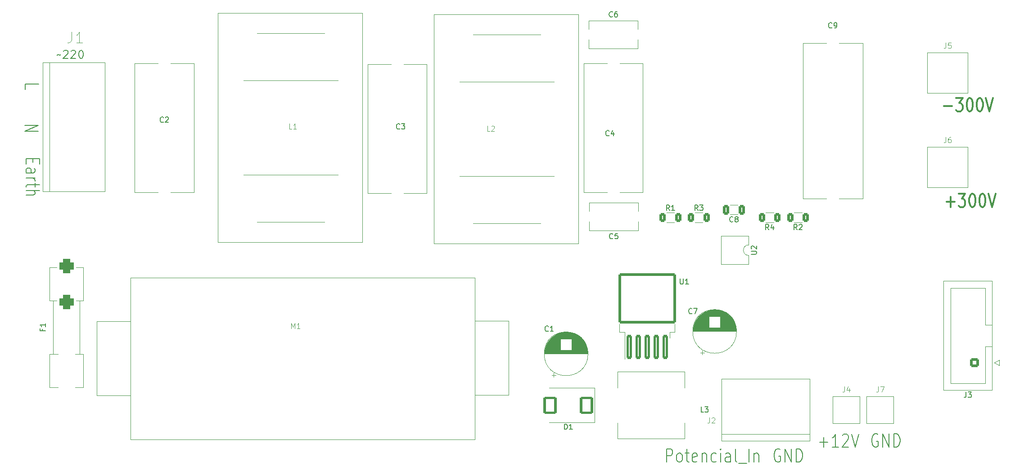
<source format=gto>
G04 #@! TF.GenerationSoftware,KiCad,Pcbnew,7.0.2*
G04 #@! TF.CreationDate,2023-07-17T11:55:21+02:00*
G04 #@! TF.ProjectId,Module_3,4d6f6475-6c65-45f3-932e-6b696361645f,rev?*
G04 #@! TF.SameCoordinates,Original*
G04 #@! TF.FileFunction,Legend,Top*
G04 #@! TF.FilePolarity,Positive*
%FSLAX46Y46*%
G04 Gerber Fmt 4.6, Leading zero omitted, Abs format (unit mm)*
G04 Created by KiCad (PCBNEW 7.0.2) date 2023-07-17 11:55:21*
%MOMM*%
%LPD*%
G01*
G04 APERTURE LIST*
G04 Aperture macros list*
%AMRoundRect*
0 Rectangle with rounded corners*
0 $1 Rounding radius*
0 $2 $3 $4 $5 $6 $7 $8 $9 X,Y pos of 4 corners*
0 Add a 4 corners polygon primitive as box body*
4,1,4,$2,$3,$4,$5,$6,$7,$8,$9,$2,$3,0*
0 Add four circle primitives for the rounded corners*
1,1,$1+$1,$2,$3*
1,1,$1+$1,$4,$5*
1,1,$1+$1,$6,$7*
1,1,$1+$1,$8,$9*
0 Add four rect primitives between the rounded corners*
20,1,$1+$1,$2,$3,$4,$5,0*
20,1,$1+$1,$4,$5,$6,$7,0*
20,1,$1+$1,$6,$7,$8,$9,0*
20,1,$1+$1,$8,$9,$2,$3,0*%
G04 Aperture macros list end*
%ADD10C,0.150000*%
%ADD11C,0.300000*%
%ADD12C,0.100000*%
%ADD13C,0.120000*%
%ADD14C,3.200000*%
%ADD15R,1.600000X1.600000*%
%ADD16C,1.600000*%
%ADD17C,2.400000*%
%ADD18C,3.000000*%
%ADD19C,2.000000*%
%ADD20O,1.600000X1.600000*%
%ADD21RoundRect,0.250000X0.312500X0.625000X-0.312500X0.625000X-0.312500X-0.625000X0.312500X-0.625000X0*%
%ADD22RoundRect,0.675000X-0.675000X0.675000X-0.675000X-0.675000X0.675000X-0.675000X0.675000X0.675000X0*%
%ADD23C,2.700000*%
%ADD24C,7.000000*%
%ADD25RoundRect,0.250000X0.300000X-2.050000X0.300000X2.050000X-0.300000X2.050000X-0.300000X-2.050000X0*%
%ADD26RoundRect,0.250002X5.149998X-4.449998X5.149998X4.449998X-5.149998X4.449998X-5.149998X-4.449998X0*%
%ADD27C,3.500000*%
%ADD28RoundRect,0.250000X-0.312500X-0.625000X0.312500X-0.625000X0.312500X0.625000X-0.312500X0.625000X0*%
%ADD29RoundRect,0.250000X0.325000X0.650000X-0.325000X0.650000X-0.325000X-0.650000X0.325000X-0.650000X0*%
%ADD30RoundRect,0.250000X-1.000000X1.400000X-1.000000X-1.400000X1.000000X-1.400000X1.000000X1.400000X0*%
%ADD31RoundRect,0.250000X0.600000X0.600000X-0.600000X0.600000X-0.600000X-0.600000X0.600000X-0.600000X0*%
%ADD32C,1.700000*%
%ADD33R,4.000000X5.800000*%
%ADD34R,3.200000X3.200000*%
G04 APERTURE END LIST*
D10*
X190753809Y-133203095D02*
X190563333Y-133084047D01*
X190563333Y-133084047D02*
X190277619Y-133084047D01*
X190277619Y-133084047D02*
X189991904Y-133203095D01*
X189991904Y-133203095D02*
X189801428Y-133441190D01*
X189801428Y-133441190D02*
X189706190Y-133679285D01*
X189706190Y-133679285D02*
X189610952Y-134155476D01*
X189610952Y-134155476D02*
X189610952Y-134512619D01*
X189610952Y-134512619D02*
X189706190Y-134988809D01*
X189706190Y-134988809D02*
X189801428Y-135226904D01*
X189801428Y-135226904D02*
X189991904Y-135465000D01*
X189991904Y-135465000D02*
X190277619Y-135584047D01*
X190277619Y-135584047D02*
X190468095Y-135584047D01*
X190468095Y-135584047D02*
X190753809Y-135465000D01*
X190753809Y-135465000D02*
X190849047Y-135345952D01*
X190849047Y-135345952D02*
X190849047Y-134512619D01*
X190849047Y-134512619D02*
X190468095Y-134512619D01*
X191706190Y-135584047D02*
X191706190Y-133084047D01*
X191706190Y-133084047D02*
X192849047Y-135584047D01*
X192849047Y-135584047D02*
X192849047Y-133084047D01*
X193801428Y-135584047D02*
X193801428Y-133084047D01*
X193801428Y-133084047D02*
X194277618Y-133084047D01*
X194277618Y-133084047D02*
X194563333Y-133203095D01*
X194563333Y-133203095D02*
X194753809Y-133441190D01*
X194753809Y-133441190D02*
X194849047Y-133679285D01*
X194849047Y-133679285D02*
X194944285Y-134155476D01*
X194944285Y-134155476D02*
X194944285Y-134512619D01*
X194944285Y-134512619D02*
X194849047Y-134988809D01*
X194849047Y-134988809D02*
X194753809Y-135226904D01*
X194753809Y-135226904D02*
X194563333Y-135465000D01*
X194563333Y-135465000D02*
X194277618Y-135584047D01*
X194277618Y-135584047D02*
X193801428Y-135584047D01*
X169386190Y-135584047D02*
X169386190Y-133084047D01*
X169386190Y-133084047D02*
X170148095Y-133084047D01*
X170148095Y-133084047D02*
X170338571Y-133203095D01*
X170338571Y-133203095D02*
X170433809Y-133322142D01*
X170433809Y-133322142D02*
X170529047Y-133560238D01*
X170529047Y-133560238D02*
X170529047Y-133917380D01*
X170529047Y-133917380D02*
X170433809Y-134155476D01*
X170433809Y-134155476D02*
X170338571Y-134274523D01*
X170338571Y-134274523D02*
X170148095Y-134393571D01*
X170148095Y-134393571D02*
X169386190Y-134393571D01*
X171671904Y-135584047D02*
X171481428Y-135465000D01*
X171481428Y-135465000D02*
X171386190Y-135345952D01*
X171386190Y-135345952D02*
X171290952Y-135107857D01*
X171290952Y-135107857D02*
X171290952Y-134393571D01*
X171290952Y-134393571D02*
X171386190Y-134155476D01*
X171386190Y-134155476D02*
X171481428Y-134036428D01*
X171481428Y-134036428D02*
X171671904Y-133917380D01*
X171671904Y-133917380D02*
X171957619Y-133917380D01*
X171957619Y-133917380D02*
X172148095Y-134036428D01*
X172148095Y-134036428D02*
X172243333Y-134155476D01*
X172243333Y-134155476D02*
X172338571Y-134393571D01*
X172338571Y-134393571D02*
X172338571Y-135107857D01*
X172338571Y-135107857D02*
X172243333Y-135345952D01*
X172243333Y-135345952D02*
X172148095Y-135465000D01*
X172148095Y-135465000D02*
X171957619Y-135584047D01*
X171957619Y-135584047D02*
X171671904Y-135584047D01*
X172910000Y-133917380D02*
X173671904Y-133917380D01*
X173195714Y-133084047D02*
X173195714Y-135226904D01*
X173195714Y-135226904D02*
X173290952Y-135465000D01*
X173290952Y-135465000D02*
X173481428Y-135584047D01*
X173481428Y-135584047D02*
X173671904Y-135584047D01*
X175100476Y-135465000D02*
X174910000Y-135584047D01*
X174910000Y-135584047D02*
X174529047Y-135584047D01*
X174529047Y-135584047D02*
X174338571Y-135465000D01*
X174338571Y-135465000D02*
X174243333Y-135226904D01*
X174243333Y-135226904D02*
X174243333Y-134274523D01*
X174243333Y-134274523D02*
X174338571Y-134036428D01*
X174338571Y-134036428D02*
X174529047Y-133917380D01*
X174529047Y-133917380D02*
X174910000Y-133917380D01*
X174910000Y-133917380D02*
X175100476Y-134036428D01*
X175100476Y-134036428D02*
X175195714Y-134274523D01*
X175195714Y-134274523D02*
X175195714Y-134512619D01*
X175195714Y-134512619D02*
X174243333Y-134750714D01*
X176052857Y-133917380D02*
X176052857Y-135584047D01*
X176052857Y-134155476D02*
X176148095Y-134036428D01*
X176148095Y-134036428D02*
X176338571Y-133917380D01*
X176338571Y-133917380D02*
X176624286Y-133917380D01*
X176624286Y-133917380D02*
X176814762Y-134036428D01*
X176814762Y-134036428D02*
X176910000Y-134274523D01*
X176910000Y-134274523D02*
X176910000Y-135584047D01*
X178719524Y-135465000D02*
X178529048Y-135584047D01*
X178529048Y-135584047D02*
X178148095Y-135584047D01*
X178148095Y-135584047D02*
X177957619Y-135465000D01*
X177957619Y-135465000D02*
X177862381Y-135345952D01*
X177862381Y-135345952D02*
X177767143Y-135107857D01*
X177767143Y-135107857D02*
X177767143Y-134393571D01*
X177767143Y-134393571D02*
X177862381Y-134155476D01*
X177862381Y-134155476D02*
X177957619Y-134036428D01*
X177957619Y-134036428D02*
X178148095Y-133917380D01*
X178148095Y-133917380D02*
X178529048Y-133917380D01*
X178529048Y-133917380D02*
X178719524Y-134036428D01*
X179576667Y-135584047D02*
X179576667Y-133917380D01*
X179576667Y-133084047D02*
X179481429Y-133203095D01*
X179481429Y-133203095D02*
X179576667Y-133322142D01*
X179576667Y-133322142D02*
X179671905Y-133203095D01*
X179671905Y-133203095D02*
X179576667Y-133084047D01*
X179576667Y-133084047D02*
X179576667Y-133322142D01*
X181386191Y-135584047D02*
X181386191Y-134274523D01*
X181386191Y-134274523D02*
X181290953Y-134036428D01*
X181290953Y-134036428D02*
X181100477Y-133917380D01*
X181100477Y-133917380D02*
X180719524Y-133917380D01*
X180719524Y-133917380D02*
X180529048Y-134036428D01*
X181386191Y-135465000D02*
X181195715Y-135584047D01*
X181195715Y-135584047D02*
X180719524Y-135584047D01*
X180719524Y-135584047D02*
X180529048Y-135465000D01*
X180529048Y-135465000D02*
X180433810Y-135226904D01*
X180433810Y-135226904D02*
X180433810Y-134988809D01*
X180433810Y-134988809D02*
X180529048Y-134750714D01*
X180529048Y-134750714D02*
X180719524Y-134631666D01*
X180719524Y-134631666D02*
X181195715Y-134631666D01*
X181195715Y-134631666D02*
X181386191Y-134512619D01*
X182624286Y-135584047D02*
X182433810Y-135465000D01*
X182433810Y-135465000D02*
X182338572Y-135226904D01*
X182338572Y-135226904D02*
X182338572Y-133084047D01*
X182910001Y-135822142D02*
X184433810Y-135822142D01*
X184910001Y-135584047D02*
X184910001Y-133084047D01*
X185862382Y-133917380D02*
X185862382Y-135584047D01*
X185862382Y-134155476D02*
X185957620Y-134036428D01*
X185957620Y-134036428D02*
X186148096Y-133917380D01*
X186148096Y-133917380D02*
X186433811Y-133917380D01*
X186433811Y-133917380D02*
X186624287Y-134036428D01*
X186624287Y-134036428D02*
X186719525Y-134274523D01*
X186719525Y-134274523D02*
X186719525Y-135584047D01*
X48755416Y-65356466D02*
X48755416Y-64404085D01*
X48755416Y-64404085D02*
X51255416Y-64404085D01*
D11*
X222047810Y-86591639D02*
X223571620Y-86591639D01*
X222809715Y-87544020D02*
X222809715Y-85639258D01*
X224333524Y-85044020D02*
X225571619Y-85044020D01*
X225571619Y-85044020D02*
X224904952Y-85996401D01*
X224904952Y-85996401D02*
X225190667Y-85996401D01*
X225190667Y-85996401D02*
X225381143Y-86115449D01*
X225381143Y-86115449D02*
X225476381Y-86234496D01*
X225476381Y-86234496D02*
X225571619Y-86472592D01*
X225571619Y-86472592D02*
X225571619Y-87067830D01*
X225571619Y-87067830D02*
X225476381Y-87305925D01*
X225476381Y-87305925D02*
X225381143Y-87424973D01*
X225381143Y-87424973D02*
X225190667Y-87544020D01*
X225190667Y-87544020D02*
X224619238Y-87544020D01*
X224619238Y-87544020D02*
X224428762Y-87424973D01*
X224428762Y-87424973D02*
X224333524Y-87305925D01*
X226809714Y-85044020D02*
X227000191Y-85044020D01*
X227000191Y-85044020D02*
X227190667Y-85163068D01*
X227190667Y-85163068D02*
X227285905Y-85282115D01*
X227285905Y-85282115D02*
X227381143Y-85520211D01*
X227381143Y-85520211D02*
X227476381Y-85996401D01*
X227476381Y-85996401D02*
X227476381Y-86591639D01*
X227476381Y-86591639D02*
X227381143Y-87067830D01*
X227381143Y-87067830D02*
X227285905Y-87305925D01*
X227285905Y-87305925D02*
X227190667Y-87424973D01*
X227190667Y-87424973D02*
X227000191Y-87544020D01*
X227000191Y-87544020D02*
X226809714Y-87544020D01*
X226809714Y-87544020D02*
X226619238Y-87424973D01*
X226619238Y-87424973D02*
X226524000Y-87305925D01*
X226524000Y-87305925D02*
X226428762Y-87067830D01*
X226428762Y-87067830D02*
X226333524Y-86591639D01*
X226333524Y-86591639D02*
X226333524Y-85996401D01*
X226333524Y-85996401D02*
X226428762Y-85520211D01*
X226428762Y-85520211D02*
X226524000Y-85282115D01*
X226524000Y-85282115D02*
X226619238Y-85163068D01*
X226619238Y-85163068D02*
X226809714Y-85044020D01*
X228714476Y-85044020D02*
X228904953Y-85044020D01*
X228904953Y-85044020D02*
X229095429Y-85163068D01*
X229095429Y-85163068D02*
X229190667Y-85282115D01*
X229190667Y-85282115D02*
X229285905Y-85520211D01*
X229285905Y-85520211D02*
X229381143Y-85996401D01*
X229381143Y-85996401D02*
X229381143Y-86591639D01*
X229381143Y-86591639D02*
X229285905Y-87067830D01*
X229285905Y-87067830D02*
X229190667Y-87305925D01*
X229190667Y-87305925D02*
X229095429Y-87424973D01*
X229095429Y-87424973D02*
X228904953Y-87544020D01*
X228904953Y-87544020D02*
X228714476Y-87544020D01*
X228714476Y-87544020D02*
X228524000Y-87424973D01*
X228524000Y-87424973D02*
X228428762Y-87305925D01*
X228428762Y-87305925D02*
X228333524Y-87067830D01*
X228333524Y-87067830D02*
X228238286Y-86591639D01*
X228238286Y-86591639D02*
X228238286Y-85996401D01*
X228238286Y-85996401D02*
X228333524Y-85520211D01*
X228333524Y-85520211D02*
X228428762Y-85282115D01*
X228428762Y-85282115D02*
X228524000Y-85163068D01*
X228524000Y-85163068D02*
X228714476Y-85044020D01*
X229952572Y-85044020D02*
X230619238Y-87544020D01*
X230619238Y-87544020D02*
X231285905Y-85044020D01*
D10*
X54752857Y-58935000D02*
X54824285Y-58863571D01*
X54824285Y-58863571D02*
X54967142Y-58792142D01*
X54967142Y-58792142D02*
X55252857Y-58935000D01*
X55252857Y-58935000D02*
X55395714Y-58863571D01*
X55395714Y-58863571D02*
X55467142Y-58792142D01*
X55967143Y-58149285D02*
X56038571Y-58077857D01*
X56038571Y-58077857D02*
X56181429Y-58006428D01*
X56181429Y-58006428D02*
X56538571Y-58006428D01*
X56538571Y-58006428D02*
X56681429Y-58077857D01*
X56681429Y-58077857D02*
X56752857Y-58149285D01*
X56752857Y-58149285D02*
X56824286Y-58292142D01*
X56824286Y-58292142D02*
X56824286Y-58435000D01*
X56824286Y-58435000D02*
X56752857Y-58649285D01*
X56752857Y-58649285D02*
X55895714Y-59506428D01*
X55895714Y-59506428D02*
X56824286Y-59506428D01*
X57395714Y-58149285D02*
X57467142Y-58077857D01*
X57467142Y-58077857D02*
X57610000Y-58006428D01*
X57610000Y-58006428D02*
X57967142Y-58006428D01*
X57967142Y-58006428D02*
X58110000Y-58077857D01*
X58110000Y-58077857D02*
X58181428Y-58149285D01*
X58181428Y-58149285D02*
X58252857Y-58292142D01*
X58252857Y-58292142D02*
X58252857Y-58435000D01*
X58252857Y-58435000D02*
X58181428Y-58649285D01*
X58181428Y-58649285D02*
X57324285Y-59506428D01*
X57324285Y-59506428D02*
X58252857Y-59506428D01*
X59181428Y-58006428D02*
X59324285Y-58006428D01*
X59324285Y-58006428D02*
X59467142Y-58077857D01*
X59467142Y-58077857D02*
X59538571Y-58149285D01*
X59538571Y-58149285D02*
X59609999Y-58292142D01*
X59609999Y-58292142D02*
X59681428Y-58577857D01*
X59681428Y-58577857D02*
X59681428Y-58935000D01*
X59681428Y-58935000D02*
X59609999Y-59220714D01*
X59609999Y-59220714D02*
X59538571Y-59363571D01*
X59538571Y-59363571D02*
X59467142Y-59435000D01*
X59467142Y-59435000D02*
X59324285Y-59506428D01*
X59324285Y-59506428D02*
X59181428Y-59506428D01*
X59181428Y-59506428D02*
X59038571Y-59435000D01*
X59038571Y-59435000D02*
X58967142Y-59363571D01*
X58967142Y-59363571D02*
X58895713Y-59220714D01*
X58895713Y-59220714D02*
X58824285Y-58935000D01*
X58824285Y-58935000D02*
X58824285Y-58577857D01*
X58824285Y-58577857D02*
X58895713Y-58292142D01*
X58895713Y-58292142D02*
X58967142Y-58149285D01*
X58967142Y-58149285D02*
X59038571Y-58077857D01*
X59038571Y-58077857D02*
X59181428Y-58006428D01*
X209110878Y-130390512D02*
X208920402Y-130271464D01*
X208920402Y-130271464D02*
X208634688Y-130271464D01*
X208634688Y-130271464D02*
X208348973Y-130390512D01*
X208348973Y-130390512D02*
X208158497Y-130628607D01*
X208158497Y-130628607D02*
X208063259Y-130866702D01*
X208063259Y-130866702D02*
X207968021Y-131342893D01*
X207968021Y-131342893D02*
X207968021Y-131700036D01*
X207968021Y-131700036D02*
X208063259Y-132176226D01*
X208063259Y-132176226D02*
X208158497Y-132414321D01*
X208158497Y-132414321D02*
X208348973Y-132652417D01*
X208348973Y-132652417D02*
X208634688Y-132771464D01*
X208634688Y-132771464D02*
X208825164Y-132771464D01*
X208825164Y-132771464D02*
X209110878Y-132652417D01*
X209110878Y-132652417D02*
X209206116Y-132533369D01*
X209206116Y-132533369D02*
X209206116Y-131700036D01*
X209206116Y-131700036D02*
X208825164Y-131700036D01*
X210063259Y-132771464D02*
X210063259Y-130271464D01*
X210063259Y-130271464D02*
X211206116Y-132771464D01*
X211206116Y-132771464D02*
X211206116Y-130271464D01*
X212158497Y-132771464D02*
X212158497Y-130271464D01*
X212158497Y-130271464D02*
X212634687Y-130271464D01*
X212634687Y-130271464D02*
X212920402Y-130390512D01*
X212920402Y-130390512D02*
X213110878Y-130628607D01*
X213110878Y-130628607D02*
X213206116Y-130866702D01*
X213206116Y-130866702D02*
X213301354Y-131342893D01*
X213301354Y-131342893D02*
X213301354Y-131700036D01*
X213301354Y-131700036D02*
X213206116Y-132176226D01*
X213206116Y-132176226D02*
X213110878Y-132414321D01*
X213110878Y-132414321D02*
X212920402Y-132652417D01*
X212920402Y-132652417D02*
X212634687Y-132771464D01*
X212634687Y-132771464D02*
X212158497Y-132771464D01*
X198199907Y-131856025D02*
X199723717Y-131856025D01*
X198961812Y-132808406D02*
X198961812Y-130903644D01*
X201723716Y-132808406D02*
X200580859Y-132808406D01*
X201152287Y-132808406D02*
X201152287Y-130308406D01*
X201152287Y-130308406D02*
X200961811Y-130665549D01*
X200961811Y-130665549D02*
X200771335Y-130903644D01*
X200771335Y-130903644D02*
X200580859Y-131022692D01*
X202485621Y-130546501D02*
X202580859Y-130427454D01*
X202580859Y-130427454D02*
X202771335Y-130308406D01*
X202771335Y-130308406D02*
X203247526Y-130308406D01*
X203247526Y-130308406D02*
X203438002Y-130427454D01*
X203438002Y-130427454D02*
X203533240Y-130546501D01*
X203533240Y-130546501D02*
X203628478Y-130784597D01*
X203628478Y-130784597D02*
X203628478Y-131022692D01*
X203628478Y-131022692D02*
X203533240Y-131379835D01*
X203533240Y-131379835D02*
X202390383Y-132808406D01*
X202390383Y-132808406D02*
X203628478Y-132808406D01*
X204199907Y-130308406D02*
X204866573Y-132808406D01*
X204866573Y-132808406D02*
X205533240Y-130308406D01*
D11*
X221549101Y-68555003D02*
X223072911Y-68555003D01*
X223834815Y-67007384D02*
X225072910Y-67007384D01*
X225072910Y-67007384D02*
X224406243Y-67959765D01*
X224406243Y-67959765D02*
X224691958Y-67959765D01*
X224691958Y-67959765D02*
X224882434Y-68078813D01*
X224882434Y-68078813D02*
X224977672Y-68197860D01*
X224977672Y-68197860D02*
X225072910Y-68435956D01*
X225072910Y-68435956D02*
X225072910Y-69031194D01*
X225072910Y-69031194D02*
X224977672Y-69269289D01*
X224977672Y-69269289D02*
X224882434Y-69388337D01*
X224882434Y-69388337D02*
X224691958Y-69507384D01*
X224691958Y-69507384D02*
X224120529Y-69507384D01*
X224120529Y-69507384D02*
X223930053Y-69388337D01*
X223930053Y-69388337D02*
X223834815Y-69269289D01*
X226311005Y-67007384D02*
X226501482Y-67007384D01*
X226501482Y-67007384D02*
X226691958Y-67126432D01*
X226691958Y-67126432D02*
X226787196Y-67245479D01*
X226787196Y-67245479D02*
X226882434Y-67483575D01*
X226882434Y-67483575D02*
X226977672Y-67959765D01*
X226977672Y-67959765D02*
X226977672Y-68555003D01*
X226977672Y-68555003D02*
X226882434Y-69031194D01*
X226882434Y-69031194D02*
X226787196Y-69269289D01*
X226787196Y-69269289D02*
X226691958Y-69388337D01*
X226691958Y-69388337D02*
X226501482Y-69507384D01*
X226501482Y-69507384D02*
X226311005Y-69507384D01*
X226311005Y-69507384D02*
X226120529Y-69388337D01*
X226120529Y-69388337D02*
X226025291Y-69269289D01*
X226025291Y-69269289D02*
X225930053Y-69031194D01*
X225930053Y-69031194D02*
X225834815Y-68555003D01*
X225834815Y-68555003D02*
X225834815Y-67959765D01*
X225834815Y-67959765D02*
X225930053Y-67483575D01*
X225930053Y-67483575D02*
X226025291Y-67245479D01*
X226025291Y-67245479D02*
X226120529Y-67126432D01*
X226120529Y-67126432D02*
X226311005Y-67007384D01*
X228215767Y-67007384D02*
X228406244Y-67007384D01*
X228406244Y-67007384D02*
X228596720Y-67126432D01*
X228596720Y-67126432D02*
X228691958Y-67245479D01*
X228691958Y-67245479D02*
X228787196Y-67483575D01*
X228787196Y-67483575D02*
X228882434Y-67959765D01*
X228882434Y-67959765D02*
X228882434Y-68555003D01*
X228882434Y-68555003D02*
X228787196Y-69031194D01*
X228787196Y-69031194D02*
X228691958Y-69269289D01*
X228691958Y-69269289D02*
X228596720Y-69388337D01*
X228596720Y-69388337D02*
X228406244Y-69507384D01*
X228406244Y-69507384D02*
X228215767Y-69507384D01*
X228215767Y-69507384D02*
X228025291Y-69388337D01*
X228025291Y-69388337D02*
X227930053Y-69269289D01*
X227930053Y-69269289D02*
X227834815Y-69031194D01*
X227834815Y-69031194D02*
X227739577Y-68555003D01*
X227739577Y-68555003D02*
X227739577Y-67959765D01*
X227739577Y-67959765D02*
X227834815Y-67483575D01*
X227834815Y-67483575D02*
X227930053Y-67245479D01*
X227930053Y-67245479D02*
X228025291Y-67126432D01*
X228025291Y-67126432D02*
X228215767Y-67007384D01*
X229453863Y-67007384D02*
X230120529Y-69507384D01*
X230120529Y-69507384D02*
X230787196Y-67007384D01*
D10*
X48672298Y-72134072D02*
X51172298Y-72134072D01*
X51172298Y-72134072D02*
X48672298Y-73276929D01*
X48672298Y-73276929D02*
X51172298Y-73276929D01*
X50231176Y-78451051D02*
X50231176Y-79117718D01*
X48921652Y-79403432D02*
X48921652Y-78451051D01*
X48921652Y-78451051D02*
X51421652Y-78451051D01*
X51421652Y-78451051D02*
X51421652Y-79403432D01*
X48921652Y-81117718D02*
X50231176Y-81117718D01*
X50231176Y-81117718D02*
X50469271Y-81022480D01*
X50469271Y-81022480D02*
X50588319Y-80832004D01*
X50588319Y-80832004D02*
X50588319Y-80451051D01*
X50588319Y-80451051D02*
X50469271Y-80260575D01*
X49040700Y-81117718D02*
X48921652Y-80927242D01*
X48921652Y-80927242D02*
X48921652Y-80451051D01*
X48921652Y-80451051D02*
X49040700Y-80260575D01*
X49040700Y-80260575D02*
X49278795Y-80165337D01*
X49278795Y-80165337D02*
X49516890Y-80165337D01*
X49516890Y-80165337D02*
X49754985Y-80260575D01*
X49754985Y-80260575D02*
X49874033Y-80451051D01*
X49874033Y-80451051D02*
X49874033Y-80927242D01*
X49874033Y-80927242D02*
X49993080Y-81117718D01*
X48921652Y-82070099D02*
X50588319Y-82070099D01*
X50112128Y-82070099D02*
X50350223Y-82165337D01*
X50350223Y-82165337D02*
X50469271Y-82260575D01*
X50469271Y-82260575D02*
X50588319Y-82451051D01*
X50588319Y-82451051D02*
X50588319Y-82641528D01*
X50588319Y-83022480D02*
X50588319Y-83784384D01*
X51421652Y-83308194D02*
X49278795Y-83308194D01*
X49278795Y-83308194D02*
X49040700Y-83403432D01*
X49040700Y-83403432D02*
X48921652Y-83593908D01*
X48921652Y-83593908D02*
X48921652Y-83784384D01*
X48921652Y-84451051D02*
X51421652Y-84451051D01*
X48921652Y-85308194D02*
X50231176Y-85308194D01*
X50231176Y-85308194D02*
X50469271Y-85212956D01*
X50469271Y-85212956D02*
X50588319Y-85022480D01*
X50588319Y-85022480D02*
X50588319Y-84736765D01*
X50588319Y-84736765D02*
X50469271Y-84546289D01*
X50469271Y-84546289D02*
X50350223Y-84451051D01*
X147153333Y-110857380D02*
X147105714Y-110905000D01*
X147105714Y-110905000D02*
X146962857Y-110952619D01*
X146962857Y-110952619D02*
X146867619Y-110952619D01*
X146867619Y-110952619D02*
X146724762Y-110905000D01*
X146724762Y-110905000D02*
X146629524Y-110809761D01*
X146629524Y-110809761D02*
X146581905Y-110714523D01*
X146581905Y-110714523D02*
X146534286Y-110524047D01*
X146534286Y-110524047D02*
X146534286Y-110381190D01*
X146534286Y-110381190D02*
X146581905Y-110190714D01*
X146581905Y-110190714D02*
X146629524Y-110095476D01*
X146629524Y-110095476D02*
X146724762Y-110000238D01*
X146724762Y-110000238D02*
X146867619Y-109952619D01*
X146867619Y-109952619D02*
X146962857Y-109952619D01*
X146962857Y-109952619D02*
X147105714Y-110000238D01*
X147105714Y-110000238D02*
X147153333Y-110047857D01*
X148105714Y-110952619D02*
X147534286Y-110952619D01*
X147820000Y-110952619D02*
X147820000Y-109952619D01*
X147820000Y-109952619D02*
X147724762Y-110095476D01*
X147724762Y-110095476D02*
X147629524Y-110190714D01*
X147629524Y-110190714D02*
X147534286Y-110238333D01*
X74763333Y-71487380D02*
X74715714Y-71535000D01*
X74715714Y-71535000D02*
X74572857Y-71582619D01*
X74572857Y-71582619D02*
X74477619Y-71582619D01*
X74477619Y-71582619D02*
X74334762Y-71535000D01*
X74334762Y-71535000D02*
X74239524Y-71439761D01*
X74239524Y-71439761D02*
X74191905Y-71344523D01*
X74191905Y-71344523D02*
X74144286Y-71154047D01*
X74144286Y-71154047D02*
X74144286Y-71011190D01*
X74144286Y-71011190D02*
X74191905Y-70820714D01*
X74191905Y-70820714D02*
X74239524Y-70725476D01*
X74239524Y-70725476D02*
X74334762Y-70630238D01*
X74334762Y-70630238D02*
X74477619Y-70582619D01*
X74477619Y-70582619D02*
X74572857Y-70582619D01*
X74572857Y-70582619D02*
X74715714Y-70630238D01*
X74715714Y-70630238D02*
X74763333Y-70677857D01*
X75144286Y-70677857D02*
X75191905Y-70630238D01*
X75191905Y-70630238D02*
X75287143Y-70582619D01*
X75287143Y-70582619D02*
X75525238Y-70582619D01*
X75525238Y-70582619D02*
X75620476Y-70630238D01*
X75620476Y-70630238D02*
X75668095Y-70677857D01*
X75668095Y-70677857D02*
X75715714Y-70773095D01*
X75715714Y-70773095D02*
X75715714Y-70868333D01*
X75715714Y-70868333D02*
X75668095Y-71011190D01*
X75668095Y-71011190D02*
X75096667Y-71582619D01*
X75096667Y-71582619D02*
X75715714Y-71582619D01*
D12*
X202866666Y-121382619D02*
X202866666Y-122096904D01*
X202866666Y-122096904D02*
X202819047Y-122239761D01*
X202819047Y-122239761D02*
X202723809Y-122335000D01*
X202723809Y-122335000D02*
X202580952Y-122382619D01*
X202580952Y-122382619D02*
X202485714Y-122382619D01*
X203771428Y-121715952D02*
X203771428Y-122382619D01*
X203533333Y-121335000D02*
X203295238Y-122049285D01*
X203295238Y-122049285D02*
X203914285Y-122049285D01*
D10*
X159218333Y-51635380D02*
X159170714Y-51683000D01*
X159170714Y-51683000D02*
X159027857Y-51730619D01*
X159027857Y-51730619D02*
X158932619Y-51730619D01*
X158932619Y-51730619D02*
X158789762Y-51683000D01*
X158789762Y-51683000D02*
X158694524Y-51587761D01*
X158694524Y-51587761D02*
X158646905Y-51492523D01*
X158646905Y-51492523D02*
X158599286Y-51302047D01*
X158599286Y-51302047D02*
X158599286Y-51159190D01*
X158599286Y-51159190D02*
X158646905Y-50968714D01*
X158646905Y-50968714D02*
X158694524Y-50873476D01*
X158694524Y-50873476D02*
X158789762Y-50778238D01*
X158789762Y-50778238D02*
X158932619Y-50730619D01*
X158932619Y-50730619D02*
X159027857Y-50730619D01*
X159027857Y-50730619D02*
X159170714Y-50778238D01*
X159170714Y-50778238D02*
X159218333Y-50825857D01*
X160075476Y-50730619D02*
X159885000Y-50730619D01*
X159885000Y-50730619D02*
X159789762Y-50778238D01*
X159789762Y-50778238D02*
X159742143Y-50825857D01*
X159742143Y-50825857D02*
X159646905Y-50968714D01*
X159646905Y-50968714D02*
X159599286Y-51159190D01*
X159599286Y-51159190D02*
X159599286Y-51540142D01*
X159599286Y-51540142D02*
X159646905Y-51635380D01*
X159646905Y-51635380D02*
X159694524Y-51683000D01*
X159694524Y-51683000D02*
X159789762Y-51730619D01*
X159789762Y-51730619D02*
X159980238Y-51730619D01*
X159980238Y-51730619D02*
X160075476Y-51683000D01*
X160075476Y-51683000D02*
X160123095Y-51635380D01*
X160123095Y-51635380D02*
X160170714Y-51540142D01*
X160170714Y-51540142D02*
X160170714Y-51302047D01*
X160170714Y-51302047D02*
X160123095Y-51206809D01*
X160123095Y-51206809D02*
X160075476Y-51159190D01*
X160075476Y-51159190D02*
X159980238Y-51111571D01*
X159980238Y-51111571D02*
X159789762Y-51111571D01*
X159789762Y-51111571D02*
X159694524Y-51159190D01*
X159694524Y-51159190D02*
X159646905Y-51206809D01*
X159646905Y-51206809D02*
X159599286Y-51302047D01*
X185312619Y-96429904D02*
X186122142Y-96429904D01*
X186122142Y-96429904D02*
X186217380Y-96382285D01*
X186217380Y-96382285D02*
X186265000Y-96334666D01*
X186265000Y-96334666D02*
X186312619Y-96239428D01*
X186312619Y-96239428D02*
X186312619Y-96048952D01*
X186312619Y-96048952D02*
X186265000Y-95953714D01*
X186265000Y-95953714D02*
X186217380Y-95906095D01*
X186217380Y-95906095D02*
X186122142Y-95858476D01*
X186122142Y-95858476D02*
X185312619Y-95858476D01*
X185407857Y-95429904D02*
X185360238Y-95382285D01*
X185360238Y-95382285D02*
X185312619Y-95287047D01*
X185312619Y-95287047D02*
X185312619Y-95048952D01*
X185312619Y-95048952D02*
X185360238Y-94953714D01*
X185360238Y-94953714D02*
X185407857Y-94906095D01*
X185407857Y-94906095D02*
X185503095Y-94858476D01*
X185503095Y-94858476D02*
X185598333Y-94858476D01*
X185598333Y-94858476D02*
X185741190Y-94906095D01*
X185741190Y-94906095D02*
X186312619Y-95477523D01*
X186312619Y-95477523D02*
X186312619Y-94858476D01*
D12*
X209216666Y-121382619D02*
X209216666Y-122096904D01*
X209216666Y-122096904D02*
X209169047Y-122239761D01*
X209169047Y-122239761D02*
X209073809Y-122335000D01*
X209073809Y-122335000D02*
X208930952Y-122382619D01*
X208930952Y-122382619D02*
X208835714Y-122382619D01*
X209597619Y-121382619D02*
X210264285Y-121382619D01*
X210264285Y-121382619D02*
X209835714Y-122382619D01*
D10*
X200493333Y-53707380D02*
X200445714Y-53755000D01*
X200445714Y-53755000D02*
X200302857Y-53802619D01*
X200302857Y-53802619D02*
X200207619Y-53802619D01*
X200207619Y-53802619D02*
X200064762Y-53755000D01*
X200064762Y-53755000D02*
X199969524Y-53659761D01*
X199969524Y-53659761D02*
X199921905Y-53564523D01*
X199921905Y-53564523D02*
X199874286Y-53374047D01*
X199874286Y-53374047D02*
X199874286Y-53231190D01*
X199874286Y-53231190D02*
X199921905Y-53040714D01*
X199921905Y-53040714D02*
X199969524Y-52945476D01*
X199969524Y-52945476D02*
X200064762Y-52850238D01*
X200064762Y-52850238D02*
X200207619Y-52802619D01*
X200207619Y-52802619D02*
X200302857Y-52802619D01*
X200302857Y-52802619D02*
X200445714Y-52850238D01*
X200445714Y-52850238D02*
X200493333Y-52897857D01*
X200969524Y-53802619D02*
X201160000Y-53802619D01*
X201160000Y-53802619D02*
X201255238Y-53755000D01*
X201255238Y-53755000D02*
X201302857Y-53707380D01*
X201302857Y-53707380D02*
X201398095Y-53564523D01*
X201398095Y-53564523D02*
X201445714Y-53374047D01*
X201445714Y-53374047D02*
X201445714Y-52993095D01*
X201445714Y-52993095D02*
X201398095Y-52897857D01*
X201398095Y-52897857D02*
X201350476Y-52850238D01*
X201350476Y-52850238D02*
X201255238Y-52802619D01*
X201255238Y-52802619D02*
X201064762Y-52802619D01*
X201064762Y-52802619D02*
X200969524Y-52850238D01*
X200969524Y-52850238D02*
X200921905Y-52897857D01*
X200921905Y-52897857D02*
X200874286Y-52993095D01*
X200874286Y-52993095D02*
X200874286Y-53231190D01*
X200874286Y-53231190D02*
X200921905Y-53326428D01*
X200921905Y-53326428D02*
X200969524Y-53374047D01*
X200969524Y-53374047D02*
X201064762Y-53421666D01*
X201064762Y-53421666D02*
X201255238Y-53421666D01*
X201255238Y-53421666D02*
X201350476Y-53374047D01*
X201350476Y-53374047D02*
X201398095Y-53326428D01*
X201398095Y-53326428D02*
X201445714Y-53231190D01*
X188620833Y-91817619D02*
X188287500Y-91341428D01*
X188049405Y-91817619D02*
X188049405Y-90817619D01*
X188049405Y-90817619D02*
X188430357Y-90817619D01*
X188430357Y-90817619D02*
X188525595Y-90865238D01*
X188525595Y-90865238D02*
X188573214Y-90912857D01*
X188573214Y-90912857D02*
X188620833Y-91008095D01*
X188620833Y-91008095D02*
X188620833Y-91150952D01*
X188620833Y-91150952D02*
X188573214Y-91246190D01*
X188573214Y-91246190D02*
X188525595Y-91293809D01*
X188525595Y-91293809D02*
X188430357Y-91341428D01*
X188430357Y-91341428D02*
X188049405Y-91341428D01*
X189477976Y-91150952D02*
X189477976Y-91817619D01*
X189239881Y-90770000D02*
X189001786Y-91484285D01*
X189001786Y-91484285D02*
X189620833Y-91484285D01*
X52008809Y-110538333D02*
X52008809Y-110871666D01*
X52532619Y-110871666D02*
X51532619Y-110871666D01*
X51532619Y-110871666D02*
X51532619Y-110395476D01*
X52532619Y-109490714D02*
X52532619Y-110062142D01*
X52532619Y-109776428D02*
X51532619Y-109776428D01*
X51532619Y-109776428D02*
X51675476Y-109871666D01*
X51675476Y-109871666D02*
X51770714Y-109966904D01*
X51770714Y-109966904D02*
X51818333Y-110062142D01*
D12*
X221916666Y-74392619D02*
X221916666Y-75106904D01*
X221916666Y-75106904D02*
X221869047Y-75249761D01*
X221869047Y-75249761D02*
X221773809Y-75345000D01*
X221773809Y-75345000D02*
X221630952Y-75392619D01*
X221630952Y-75392619D02*
X221535714Y-75392619D01*
X222821428Y-74392619D02*
X222630952Y-74392619D01*
X222630952Y-74392619D02*
X222535714Y-74440238D01*
X222535714Y-74440238D02*
X222488095Y-74487857D01*
X222488095Y-74487857D02*
X222392857Y-74630714D01*
X222392857Y-74630714D02*
X222345238Y-74821190D01*
X222345238Y-74821190D02*
X222345238Y-75202142D01*
X222345238Y-75202142D02*
X222392857Y-75297380D01*
X222392857Y-75297380D02*
X222440476Y-75345000D01*
X222440476Y-75345000D02*
X222535714Y-75392619D01*
X222535714Y-75392619D02*
X222726190Y-75392619D01*
X222726190Y-75392619D02*
X222821428Y-75345000D01*
X222821428Y-75345000D02*
X222869047Y-75297380D01*
X222869047Y-75297380D02*
X222916666Y-75202142D01*
X222916666Y-75202142D02*
X222916666Y-74964047D01*
X222916666Y-74964047D02*
X222869047Y-74868809D01*
X222869047Y-74868809D02*
X222821428Y-74821190D01*
X222821428Y-74821190D02*
X222726190Y-74773571D01*
X222726190Y-74773571D02*
X222535714Y-74773571D01*
X222535714Y-74773571D02*
X222440476Y-74821190D01*
X222440476Y-74821190D02*
X222392857Y-74868809D01*
X222392857Y-74868809D02*
X222345238Y-74964047D01*
D10*
X171958095Y-101062619D02*
X171958095Y-101872142D01*
X171958095Y-101872142D02*
X172005714Y-101967380D01*
X172005714Y-101967380D02*
X172053333Y-102015000D01*
X172053333Y-102015000D02*
X172148571Y-102062619D01*
X172148571Y-102062619D02*
X172339047Y-102062619D01*
X172339047Y-102062619D02*
X172434285Y-102015000D01*
X172434285Y-102015000D02*
X172481904Y-101967380D01*
X172481904Y-101967380D02*
X172529523Y-101872142D01*
X172529523Y-101872142D02*
X172529523Y-101062619D01*
X173529523Y-102062619D02*
X172958095Y-102062619D01*
X173243809Y-102062619D02*
X173243809Y-101062619D01*
X173243809Y-101062619D02*
X173148571Y-101205476D01*
X173148571Y-101205476D02*
X173053333Y-101300714D01*
X173053333Y-101300714D02*
X172958095Y-101348333D01*
D12*
X221916666Y-56612619D02*
X221916666Y-57326904D01*
X221916666Y-57326904D02*
X221869047Y-57469761D01*
X221869047Y-57469761D02*
X221773809Y-57565000D01*
X221773809Y-57565000D02*
X221630952Y-57612619D01*
X221630952Y-57612619D02*
X221535714Y-57612619D01*
X222869047Y-56612619D02*
X222392857Y-56612619D01*
X222392857Y-56612619D02*
X222345238Y-57088809D01*
X222345238Y-57088809D02*
X222392857Y-57041190D01*
X222392857Y-57041190D02*
X222488095Y-56993571D01*
X222488095Y-56993571D02*
X222726190Y-56993571D01*
X222726190Y-56993571D02*
X222821428Y-57041190D01*
X222821428Y-57041190D02*
X222869047Y-57088809D01*
X222869047Y-57088809D02*
X222916666Y-57184047D01*
X222916666Y-57184047D02*
X222916666Y-57422142D01*
X222916666Y-57422142D02*
X222869047Y-57517380D01*
X222869047Y-57517380D02*
X222821428Y-57565000D01*
X222821428Y-57565000D02*
X222726190Y-57612619D01*
X222726190Y-57612619D02*
X222488095Y-57612619D01*
X222488095Y-57612619D02*
X222392857Y-57565000D01*
X222392857Y-57565000D02*
X222345238Y-57517380D01*
X57507619Y-54541319D02*
X57507619Y-55969890D01*
X57507619Y-55969890D02*
X57412380Y-56255604D01*
X57412380Y-56255604D02*
X57221904Y-56446081D01*
X57221904Y-56446081D02*
X56936190Y-56541319D01*
X56936190Y-56541319D02*
X56745714Y-56541319D01*
X59507619Y-56541319D02*
X58364762Y-56541319D01*
X58936190Y-56541319D02*
X58936190Y-54541319D01*
X58936190Y-54541319D02*
X58745714Y-54827033D01*
X58745714Y-54827033D02*
X58555238Y-55017509D01*
X58555238Y-55017509D02*
X58364762Y-55112747D01*
X136152333Y-73260619D02*
X135676143Y-73260619D01*
X135676143Y-73260619D02*
X135676143Y-72260619D01*
X136438048Y-72355857D02*
X136485667Y-72308238D01*
X136485667Y-72308238D02*
X136580905Y-72260619D01*
X136580905Y-72260619D02*
X136819000Y-72260619D01*
X136819000Y-72260619D02*
X136914238Y-72308238D01*
X136914238Y-72308238D02*
X136961857Y-72355857D01*
X136961857Y-72355857D02*
X137009476Y-72451095D01*
X137009476Y-72451095D02*
X137009476Y-72546333D01*
X137009476Y-72546333D02*
X136961857Y-72689190D01*
X136961857Y-72689190D02*
X136390429Y-73260619D01*
X136390429Y-73260619D02*
X137009476Y-73260619D01*
D10*
X119213333Y-72757380D02*
X119165714Y-72805000D01*
X119165714Y-72805000D02*
X119022857Y-72852619D01*
X119022857Y-72852619D02*
X118927619Y-72852619D01*
X118927619Y-72852619D02*
X118784762Y-72805000D01*
X118784762Y-72805000D02*
X118689524Y-72709761D01*
X118689524Y-72709761D02*
X118641905Y-72614523D01*
X118641905Y-72614523D02*
X118594286Y-72424047D01*
X118594286Y-72424047D02*
X118594286Y-72281190D01*
X118594286Y-72281190D02*
X118641905Y-72090714D01*
X118641905Y-72090714D02*
X118689524Y-71995476D01*
X118689524Y-71995476D02*
X118784762Y-71900238D01*
X118784762Y-71900238D02*
X118927619Y-71852619D01*
X118927619Y-71852619D02*
X119022857Y-71852619D01*
X119022857Y-71852619D02*
X119165714Y-71900238D01*
X119165714Y-71900238D02*
X119213333Y-71947857D01*
X119546667Y-71852619D02*
X120165714Y-71852619D01*
X120165714Y-71852619D02*
X119832381Y-72233571D01*
X119832381Y-72233571D02*
X119975238Y-72233571D01*
X119975238Y-72233571D02*
X120070476Y-72281190D01*
X120070476Y-72281190D02*
X120118095Y-72328809D01*
X120118095Y-72328809D02*
X120165714Y-72424047D01*
X120165714Y-72424047D02*
X120165714Y-72662142D01*
X120165714Y-72662142D02*
X120118095Y-72757380D01*
X120118095Y-72757380D02*
X120070476Y-72805000D01*
X120070476Y-72805000D02*
X119975238Y-72852619D01*
X119975238Y-72852619D02*
X119689524Y-72852619D01*
X119689524Y-72852619D02*
X119594286Y-72805000D01*
X119594286Y-72805000D02*
X119546667Y-72757380D01*
X169955833Y-88177619D02*
X169622500Y-87701428D01*
X169384405Y-88177619D02*
X169384405Y-87177619D01*
X169384405Y-87177619D02*
X169765357Y-87177619D01*
X169765357Y-87177619D02*
X169860595Y-87225238D01*
X169860595Y-87225238D02*
X169908214Y-87272857D01*
X169908214Y-87272857D02*
X169955833Y-87368095D01*
X169955833Y-87368095D02*
X169955833Y-87510952D01*
X169955833Y-87510952D02*
X169908214Y-87606190D01*
X169908214Y-87606190D02*
X169860595Y-87653809D01*
X169860595Y-87653809D02*
X169765357Y-87701428D01*
X169765357Y-87701428D02*
X169384405Y-87701428D01*
X170908214Y-88177619D02*
X170336786Y-88177619D01*
X170622500Y-88177619D02*
X170622500Y-87177619D01*
X170622500Y-87177619D02*
X170527262Y-87320476D01*
X170527262Y-87320476D02*
X170432024Y-87415714D01*
X170432024Y-87415714D02*
X170336786Y-87463333D01*
X159278333Y-93425380D02*
X159230714Y-93473000D01*
X159230714Y-93473000D02*
X159087857Y-93520619D01*
X159087857Y-93520619D02*
X158992619Y-93520619D01*
X158992619Y-93520619D02*
X158849762Y-93473000D01*
X158849762Y-93473000D02*
X158754524Y-93377761D01*
X158754524Y-93377761D02*
X158706905Y-93282523D01*
X158706905Y-93282523D02*
X158659286Y-93092047D01*
X158659286Y-93092047D02*
X158659286Y-92949190D01*
X158659286Y-92949190D02*
X158706905Y-92758714D01*
X158706905Y-92758714D02*
X158754524Y-92663476D01*
X158754524Y-92663476D02*
X158849762Y-92568238D01*
X158849762Y-92568238D02*
X158992619Y-92520619D01*
X158992619Y-92520619D02*
X159087857Y-92520619D01*
X159087857Y-92520619D02*
X159230714Y-92568238D01*
X159230714Y-92568238D02*
X159278333Y-92615857D01*
X160183095Y-92520619D02*
X159706905Y-92520619D01*
X159706905Y-92520619D02*
X159659286Y-92996809D01*
X159659286Y-92996809D02*
X159706905Y-92949190D01*
X159706905Y-92949190D02*
X159802143Y-92901571D01*
X159802143Y-92901571D02*
X160040238Y-92901571D01*
X160040238Y-92901571D02*
X160135476Y-92949190D01*
X160135476Y-92949190D02*
X160183095Y-92996809D01*
X160183095Y-92996809D02*
X160230714Y-93092047D01*
X160230714Y-93092047D02*
X160230714Y-93330142D01*
X160230714Y-93330142D02*
X160183095Y-93425380D01*
X160183095Y-93425380D02*
X160135476Y-93473000D01*
X160135476Y-93473000D02*
X160040238Y-93520619D01*
X160040238Y-93520619D02*
X159802143Y-93520619D01*
X159802143Y-93520619D02*
X159706905Y-93473000D01*
X159706905Y-93473000D02*
X159659286Y-93425380D01*
X193950833Y-91817619D02*
X193617500Y-91341428D01*
X193379405Y-91817619D02*
X193379405Y-90817619D01*
X193379405Y-90817619D02*
X193760357Y-90817619D01*
X193760357Y-90817619D02*
X193855595Y-90865238D01*
X193855595Y-90865238D02*
X193903214Y-90912857D01*
X193903214Y-90912857D02*
X193950833Y-91008095D01*
X193950833Y-91008095D02*
X193950833Y-91150952D01*
X193950833Y-91150952D02*
X193903214Y-91246190D01*
X193903214Y-91246190D02*
X193855595Y-91293809D01*
X193855595Y-91293809D02*
X193760357Y-91341428D01*
X193760357Y-91341428D02*
X193379405Y-91341428D01*
X194331786Y-90912857D02*
X194379405Y-90865238D01*
X194379405Y-90865238D02*
X194474643Y-90817619D01*
X194474643Y-90817619D02*
X194712738Y-90817619D01*
X194712738Y-90817619D02*
X194807976Y-90865238D01*
X194807976Y-90865238D02*
X194855595Y-90912857D01*
X194855595Y-90912857D02*
X194903214Y-91008095D01*
X194903214Y-91008095D02*
X194903214Y-91103333D01*
X194903214Y-91103333D02*
X194855595Y-91246190D01*
X194855595Y-91246190D02*
X194284167Y-91817619D01*
X194284167Y-91817619D02*
X194903214Y-91817619D01*
X174178754Y-107550566D02*
X174131135Y-107598186D01*
X174131135Y-107598186D02*
X173988278Y-107645805D01*
X173988278Y-107645805D02*
X173893040Y-107645805D01*
X173893040Y-107645805D02*
X173750183Y-107598186D01*
X173750183Y-107598186D02*
X173654945Y-107502947D01*
X173654945Y-107502947D02*
X173607326Y-107407709D01*
X173607326Y-107407709D02*
X173559707Y-107217233D01*
X173559707Y-107217233D02*
X173559707Y-107074376D01*
X173559707Y-107074376D02*
X173607326Y-106883900D01*
X173607326Y-106883900D02*
X173654945Y-106788662D01*
X173654945Y-106788662D02*
X173750183Y-106693424D01*
X173750183Y-106693424D02*
X173893040Y-106645805D01*
X173893040Y-106645805D02*
X173988278Y-106645805D01*
X173988278Y-106645805D02*
X174131135Y-106693424D01*
X174131135Y-106693424D02*
X174178754Y-106741043D01*
X174512088Y-106645805D02*
X175178754Y-106645805D01*
X175178754Y-106645805D02*
X174750183Y-107645805D01*
D12*
X98758476Y-110444619D02*
X98758476Y-109444619D01*
X98758476Y-109444619D02*
X99091809Y-110158904D01*
X99091809Y-110158904D02*
X99425142Y-109444619D01*
X99425142Y-109444619D02*
X99425142Y-110444619D01*
X100425142Y-110444619D02*
X99853714Y-110444619D01*
X100139428Y-110444619D02*
X100139428Y-109444619D01*
X100139428Y-109444619D02*
X100044190Y-109587476D01*
X100044190Y-109587476D02*
X99948952Y-109682714D01*
X99948952Y-109682714D02*
X99853714Y-109730333D01*
D10*
X175285833Y-88177619D02*
X174952500Y-87701428D01*
X174714405Y-88177619D02*
X174714405Y-87177619D01*
X174714405Y-87177619D02*
X175095357Y-87177619D01*
X175095357Y-87177619D02*
X175190595Y-87225238D01*
X175190595Y-87225238D02*
X175238214Y-87272857D01*
X175238214Y-87272857D02*
X175285833Y-87368095D01*
X175285833Y-87368095D02*
X175285833Y-87510952D01*
X175285833Y-87510952D02*
X175238214Y-87606190D01*
X175238214Y-87606190D02*
X175190595Y-87653809D01*
X175190595Y-87653809D02*
X175095357Y-87701428D01*
X175095357Y-87701428D02*
X174714405Y-87701428D01*
X175619167Y-87177619D02*
X176238214Y-87177619D01*
X176238214Y-87177619D02*
X175904881Y-87558571D01*
X175904881Y-87558571D02*
X176047738Y-87558571D01*
X176047738Y-87558571D02*
X176142976Y-87606190D01*
X176142976Y-87606190D02*
X176190595Y-87653809D01*
X176190595Y-87653809D02*
X176238214Y-87749047D01*
X176238214Y-87749047D02*
X176238214Y-87987142D01*
X176238214Y-87987142D02*
X176190595Y-88082380D01*
X176190595Y-88082380D02*
X176142976Y-88130000D01*
X176142976Y-88130000D02*
X176047738Y-88177619D01*
X176047738Y-88177619D02*
X175762024Y-88177619D01*
X175762024Y-88177619D02*
X175666786Y-88130000D01*
X175666786Y-88130000D02*
X175619167Y-88082380D01*
D12*
X98893333Y-72852619D02*
X98417143Y-72852619D01*
X98417143Y-72852619D02*
X98417143Y-71852619D01*
X99750476Y-72852619D02*
X99179048Y-72852619D01*
X99464762Y-72852619D02*
X99464762Y-71852619D01*
X99464762Y-71852619D02*
X99369524Y-71995476D01*
X99369524Y-71995476D02*
X99274286Y-72090714D01*
X99274286Y-72090714D02*
X99179048Y-72138333D01*
D10*
X181873333Y-90255380D02*
X181825714Y-90303000D01*
X181825714Y-90303000D02*
X181682857Y-90350619D01*
X181682857Y-90350619D02*
X181587619Y-90350619D01*
X181587619Y-90350619D02*
X181444762Y-90303000D01*
X181444762Y-90303000D02*
X181349524Y-90207761D01*
X181349524Y-90207761D02*
X181301905Y-90112523D01*
X181301905Y-90112523D02*
X181254286Y-89922047D01*
X181254286Y-89922047D02*
X181254286Y-89779190D01*
X181254286Y-89779190D02*
X181301905Y-89588714D01*
X181301905Y-89588714D02*
X181349524Y-89493476D01*
X181349524Y-89493476D02*
X181444762Y-89398238D01*
X181444762Y-89398238D02*
X181587619Y-89350619D01*
X181587619Y-89350619D02*
X181682857Y-89350619D01*
X181682857Y-89350619D02*
X181825714Y-89398238D01*
X181825714Y-89398238D02*
X181873333Y-89445857D01*
X182444762Y-89779190D02*
X182349524Y-89731571D01*
X182349524Y-89731571D02*
X182301905Y-89683952D01*
X182301905Y-89683952D02*
X182254286Y-89588714D01*
X182254286Y-89588714D02*
X182254286Y-89541095D01*
X182254286Y-89541095D02*
X182301905Y-89445857D01*
X182301905Y-89445857D02*
X182349524Y-89398238D01*
X182349524Y-89398238D02*
X182444762Y-89350619D01*
X182444762Y-89350619D02*
X182635238Y-89350619D01*
X182635238Y-89350619D02*
X182730476Y-89398238D01*
X182730476Y-89398238D02*
X182778095Y-89445857D01*
X182778095Y-89445857D02*
X182825714Y-89541095D01*
X182825714Y-89541095D02*
X182825714Y-89588714D01*
X182825714Y-89588714D02*
X182778095Y-89683952D01*
X182778095Y-89683952D02*
X182730476Y-89731571D01*
X182730476Y-89731571D02*
X182635238Y-89779190D01*
X182635238Y-89779190D02*
X182444762Y-89779190D01*
X182444762Y-89779190D02*
X182349524Y-89826809D01*
X182349524Y-89826809D02*
X182301905Y-89874428D01*
X182301905Y-89874428D02*
X182254286Y-89969666D01*
X182254286Y-89969666D02*
X182254286Y-90160142D01*
X182254286Y-90160142D02*
X182301905Y-90255380D01*
X182301905Y-90255380D02*
X182349524Y-90303000D01*
X182349524Y-90303000D02*
X182444762Y-90350619D01*
X182444762Y-90350619D02*
X182635238Y-90350619D01*
X182635238Y-90350619D02*
X182730476Y-90303000D01*
X182730476Y-90303000D02*
X182778095Y-90255380D01*
X182778095Y-90255380D02*
X182825714Y-90160142D01*
X182825714Y-90160142D02*
X182825714Y-89969666D01*
X182825714Y-89969666D02*
X182778095Y-89874428D01*
X182778095Y-89874428D02*
X182730476Y-89826809D01*
X182730476Y-89826809D02*
X182635238Y-89779190D01*
X150166905Y-129430619D02*
X150166905Y-128430619D01*
X150166905Y-128430619D02*
X150405000Y-128430619D01*
X150405000Y-128430619D02*
X150547857Y-128478238D01*
X150547857Y-128478238D02*
X150643095Y-128573476D01*
X150643095Y-128573476D02*
X150690714Y-128668714D01*
X150690714Y-128668714D02*
X150738333Y-128859190D01*
X150738333Y-128859190D02*
X150738333Y-129002047D01*
X150738333Y-129002047D02*
X150690714Y-129192523D01*
X150690714Y-129192523D02*
X150643095Y-129287761D01*
X150643095Y-129287761D02*
X150547857Y-129383000D01*
X150547857Y-129383000D02*
X150405000Y-129430619D01*
X150405000Y-129430619D02*
X150166905Y-129430619D01*
X151690714Y-129430619D02*
X151119286Y-129430619D01*
X151405000Y-129430619D02*
X151405000Y-128430619D01*
X151405000Y-128430619D02*
X151309762Y-128573476D01*
X151309762Y-128573476D02*
X151214524Y-128668714D01*
X151214524Y-128668714D02*
X151119286Y-128716333D01*
X158583333Y-74027380D02*
X158535714Y-74075000D01*
X158535714Y-74075000D02*
X158392857Y-74122619D01*
X158392857Y-74122619D02*
X158297619Y-74122619D01*
X158297619Y-74122619D02*
X158154762Y-74075000D01*
X158154762Y-74075000D02*
X158059524Y-73979761D01*
X158059524Y-73979761D02*
X158011905Y-73884523D01*
X158011905Y-73884523D02*
X157964286Y-73694047D01*
X157964286Y-73694047D02*
X157964286Y-73551190D01*
X157964286Y-73551190D02*
X158011905Y-73360714D01*
X158011905Y-73360714D02*
X158059524Y-73265476D01*
X158059524Y-73265476D02*
X158154762Y-73170238D01*
X158154762Y-73170238D02*
X158297619Y-73122619D01*
X158297619Y-73122619D02*
X158392857Y-73122619D01*
X158392857Y-73122619D02*
X158535714Y-73170238D01*
X158535714Y-73170238D02*
X158583333Y-73217857D01*
X159440476Y-73455952D02*
X159440476Y-74122619D01*
X159202381Y-73075000D02*
X158964286Y-73789285D01*
X158964286Y-73789285D02*
X159583333Y-73789285D01*
D12*
X177466666Y-127224619D02*
X177466666Y-127938904D01*
X177466666Y-127938904D02*
X177419047Y-128081761D01*
X177419047Y-128081761D02*
X177323809Y-128177000D01*
X177323809Y-128177000D02*
X177180952Y-128224619D01*
X177180952Y-128224619D02*
X177085714Y-128224619D01*
X177895238Y-127319857D02*
X177942857Y-127272238D01*
X177942857Y-127272238D02*
X178038095Y-127224619D01*
X178038095Y-127224619D02*
X178276190Y-127224619D01*
X178276190Y-127224619D02*
X178371428Y-127272238D01*
X178371428Y-127272238D02*
X178419047Y-127319857D01*
X178419047Y-127319857D02*
X178466666Y-127415095D01*
X178466666Y-127415095D02*
X178466666Y-127510333D01*
X178466666Y-127510333D02*
X178419047Y-127653190D01*
X178419047Y-127653190D02*
X177847619Y-128224619D01*
X177847619Y-128224619D02*
X178466666Y-128224619D01*
D10*
X225726666Y-122402619D02*
X225726666Y-123116904D01*
X225726666Y-123116904D02*
X225679047Y-123259761D01*
X225679047Y-123259761D02*
X225583809Y-123355000D01*
X225583809Y-123355000D02*
X225440952Y-123402619D01*
X225440952Y-123402619D02*
X225345714Y-123402619D01*
X226107619Y-122402619D02*
X226726666Y-122402619D01*
X226726666Y-122402619D02*
X226393333Y-122783571D01*
X226393333Y-122783571D02*
X226536190Y-122783571D01*
X226536190Y-122783571D02*
X226631428Y-122831190D01*
X226631428Y-122831190D02*
X226679047Y-122878809D01*
X226679047Y-122878809D02*
X226726666Y-122974047D01*
X226726666Y-122974047D02*
X226726666Y-123212142D01*
X226726666Y-123212142D02*
X226679047Y-123307380D01*
X226679047Y-123307380D02*
X226631428Y-123355000D01*
X226631428Y-123355000D02*
X226536190Y-123402619D01*
X226536190Y-123402619D02*
X226250476Y-123402619D01*
X226250476Y-123402619D02*
X226155238Y-123355000D01*
X226155238Y-123355000D02*
X226107619Y-123307380D01*
X176363333Y-126192619D02*
X175887143Y-126192619D01*
X175887143Y-126192619D02*
X175887143Y-125192619D01*
X176601429Y-125192619D02*
X177220476Y-125192619D01*
X177220476Y-125192619D02*
X176887143Y-125573571D01*
X176887143Y-125573571D02*
X177030000Y-125573571D01*
X177030000Y-125573571D02*
X177125238Y-125621190D01*
X177125238Y-125621190D02*
X177172857Y-125668809D01*
X177172857Y-125668809D02*
X177220476Y-125764047D01*
X177220476Y-125764047D02*
X177220476Y-126002142D01*
X177220476Y-126002142D02*
X177172857Y-126097380D01*
X177172857Y-126097380D02*
X177125238Y-126145000D01*
X177125238Y-126145000D02*
X177030000Y-126192619D01*
X177030000Y-126192619D02*
X176744286Y-126192619D01*
X176744286Y-126192619D02*
X176649048Y-126145000D01*
X176649048Y-126145000D02*
X176601429Y-126097380D01*
D13*
X148180000Y-119597698D02*
X148180000Y-118797698D01*
X147780000Y-119197698D02*
X148580000Y-119197698D01*
X146415000Y-115188000D02*
X154575000Y-115188000D01*
X146415000Y-115148000D02*
X154575000Y-115148000D01*
X146415000Y-115108000D02*
X154575000Y-115108000D01*
X146416000Y-115068000D02*
X154574000Y-115068000D01*
X146418000Y-115028000D02*
X154572000Y-115028000D01*
X146419000Y-114988000D02*
X154571000Y-114988000D01*
X146421000Y-114948000D02*
X154569000Y-114948000D01*
X146424000Y-114908000D02*
X154566000Y-114908000D01*
X146427000Y-114868000D02*
X154563000Y-114868000D01*
X146430000Y-114828000D02*
X154560000Y-114828000D01*
X146434000Y-114788000D02*
X154556000Y-114788000D01*
X146438000Y-114748000D02*
X154552000Y-114748000D01*
X146443000Y-114708000D02*
X154547000Y-114708000D01*
X146447000Y-114668000D02*
X154543000Y-114668000D01*
X146453000Y-114628000D02*
X154537000Y-114628000D01*
X146458000Y-114588000D02*
X154532000Y-114588000D01*
X146465000Y-114548000D02*
X154525000Y-114548000D01*
X146471000Y-114508000D02*
X154519000Y-114508000D01*
X146478000Y-114467000D02*
X149455000Y-114467000D01*
X151535000Y-114467000D02*
X154512000Y-114467000D01*
X146485000Y-114427000D02*
X149455000Y-114427000D01*
X151535000Y-114427000D02*
X154505000Y-114427000D01*
X146493000Y-114387000D02*
X149455000Y-114387000D01*
X151535000Y-114387000D02*
X154497000Y-114387000D01*
X146501000Y-114347000D02*
X149455000Y-114347000D01*
X151535000Y-114347000D02*
X154489000Y-114347000D01*
X146510000Y-114307000D02*
X149455000Y-114307000D01*
X151535000Y-114307000D02*
X154480000Y-114307000D01*
X146519000Y-114267000D02*
X149455000Y-114267000D01*
X151535000Y-114267000D02*
X154471000Y-114267000D01*
X146528000Y-114227000D02*
X149455000Y-114227000D01*
X151535000Y-114227000D02*
X154462000Y-114227000D01*
X146538000Y-114187000D02*
X149455000Y-114187000D01*
X151535000Y-114187000D02*
X154452000Y-114187000D01*
X146548000Y-114147000D02*
X149455000Y-114147000D01*
X151535000Y-114147000D02*
X154442000Y-114147000D01*
X146559000Y-114107000D02*
X149455000Y-114107000D01*
X151535000Y-114107000D02*
X154431000Y-114107000D01*
X146570000Y-114067000D02*
X149455000Y-114067000D01*
X151535000Y-114067000D02*
X154420000Y-114067000D01*
X146581000Y-114027000D02*
X149455000Y-114027000D01*
X151535000Y-114027000D02*
X154409000Y-114027000D01*
X146593000Y-113987000D02*
X149455000Y-113987000D01*
X151535000Y-113987000D02*
X154397000Y-113987000D01*
X146606000Y-113947000D02*
X149455000Y-113947000D01*
X151535000Y-113947000D02*
X154384000Y-113947000D01*
X146618000Y-113907000D02*
X149455000Y-113907000D01*
X151535000Y-113907000D02*
X154372000Y-113907000D01*
X146632000Y-113867000D02*
X149455000Y-113867000D01*
X151535000Y-113867000D02*
X154358000Y-113867000D01*
X146645000Y-113827000D02*
X149455000Y-113827000D01*
X151535000Y-113827000D02*
X154345000Y-113827000D01*
X146660000Y-113787000D02*
X149455000Y-113787000D01*
X151535000Y-113787000D02*
X154330000Y-113787000D01*
X146674000Y-113747000D02*
X149455000Y-113747000D01*
X151535000Y-113747000D02*
X154316000Y-113747000D01*
X146690000Y-113707000D02*
X149455000Y-113707000D01*
X151535000Y-113707000D02*
X154300000Y-113707000D01*
X146705000Y-113667000D02*
X149455000Y-113667000D01*
X151535000Y-113667000D02*
X154285000Y-113667000D01*
X146721000Y-113627000D02*
X149455000Y-113627000D01*
X151535000Y-113627000D02*
X154269000Y-113627000D01*
X146738000Y-113587000D02*
X149455000Y-113587000D01*
X151535000Y-113587000D02*
X154252000Y-113587000D01*
X146755000Y-113547000D02*
X149455000Y-113547000D01*
X151535000Y-113547000D02*
X154235000Y-113547000D01*
X146773000Y-113507000D02*
X149455000Y-113507000D01*
X151535000Y-113507000D02*
X154217000Y-113507000D01*
X146791000Y-113467000D02*
X149455000Y-113467000D01*
X151535000Y-113467000D02*
X154199000Y-113467000D01*
X146809000Y-113427000D02*
X149455000Y-113427000D01*
X151535000Y-113427000D02*
X154181000Y-113427000D01*
X146829000Y-113387000D02*
X149455000Y-113387000D01*
X151535000Y-113387000D02*
X154161000Y-113387000D01*
X146848000Y-113347000D02*
X149455000Y-113347000D01*
X151535000Y-113347000D02*
X154142000Y-113347000D01*
X146868000Y-113307000D02*
X149455000Y-113307000D01*
X151535000Y-113307000D02*
X154122000Y-113307000D01*
X146889000Y-113267000D02*
X149455000Y-113267000D01*
X151535000Y-113267000D02*
X154101000Y-113267000D01*
X146911000Y-113227000D02*
X149455000Y-113227000D01*
X151535000Y-113227000D02*
X154079000Y-113227000D01*
X146933000Y-113187000D02*
X149455000Y-113187000D01*
X151535000Y-113187000D02*
X154057000Y-113187000D01*
X146955000Y-113147000D02*
X149455000Y-113147000D01*
X151535000Y-113147000D02*
X154035000Y-113147000D01*
X146978000Y-113107000D02*
X149455000Y-113107000D01*
X151535000Y-113107000D02*
X154012000Y-113107000D01*
X147002000Y-113067000D02*
X149455000Y-113067000D01*
X151535000Y-113067000D02*
X153988000Y-113067000D01*
X147026000Y-113027000D02*
X149455000Y-113027000D01*
X151535000Y-113027000D02*
X153964000Y-113027000D01*
X147051000Y-112987000D02*
X149455000Y-112987000D01*
X151535000Y-112987000D02*
X153939000Y-112987000D01*
X147077000Y-112947000D02*
X149455000Y-112947000D01*
X151535000Y-112947000D02*
X153913000Y-112947000D01*
X147103000Y-112907000D02*
X149455000Y-112907000D01*
X151535000Y-112907000D02*
X153887000Y-112907000D01*
X147130000Y-112867000D02*
X149455000Y-112867000D01*
X151535000Y-112867000D02*
X153860000Y-112867000D01*
X147157000Y-112827000D02*
X149455000Y-112827000D01*
X151535000Y-112827000D02*
X153833000Y-112827000D01*
X147186000Y-112787000D02*
X149455000Y-112787000D01*
X151535000Y-112787000D02*
X153804000Y-112787000D01*
X147215000Y-112747000D02*
X149455000Y-112747000D01*
X151535000Y-112747000D02*
X153775000Y-112747000D01*
X147245000Y-112707000D02*
X149455000Y-112707000D01*
X151535000Y-112707000D02*
X153745000Y-112707000D01*
X147275000Y-112667000D02*
X149455000Y-112667000D01*
X151535000Y-112667000D02*
X153715000Y-112667000D01*
X147306000Y-112627000D02*
X149455000Y-112627000D01*
X151535000Y-112627000D02*
X153684000Y-112627000D01*
X147339000Y-112587000D02*
X149455000Y-112587000D01*
X151535000Y-112587000D02*
X153651000Y-112587000D01*
X147371000Y-112547000D02*
X149455000Y-112547000D01*
X151535000Y-112547000D02*
X153619000Y-112547000D01*
X147405000Y-112507000D02*
X149455000Y-112507000D01*
X151535000Y-112507000D02*
X153585000Y-112507000D01*
X147440000Y-112467000D02*
X149455000Y-112467000D01*
X151535000Y-112467000D02*
X153550000Y-112467000D01*
X147476000Y-112427000D02*
X149455000Y-112427000D01*
X151535000Y-112427000D02*
X153514000Y-112427000D01*
X147512000Y-112387000D02*
X153478000Y-112387000D01*
X147550000Y-112347000D02*
X153440000Y-112347000D01*
X147588000Y-112307000D02*
X153402000Y-112307000D01*
X147628000Y-112267000D02*
X153362000Y-112267000D01*
X147669000Y-112227000D02*
X153321000Y-112227000D01*
X147711000Y-112187000D02*
X153279000Y-112187000D01*
X147754000Y-112147000D02*
X153236000Y-112147000D01*
X147798000Y-112107000D02*
X153192000Y-112107000D01*
X147844000Y-112067000D02*
X153146000Y-112067000D01*
X147891000Y-112027000D02*
X153099000Y-112027000D01*
X147939000Y-111987000D02*
X153051000Y-111987000D01*
X147990000Y-111947000D02*
X153000000Y-111947000D01*
X148041000Y-111907000D02*
X152949000Y-111907000D01*
X148095000Y-111867000D02*
X152895000Y-111867000D01*
X148150000Y-111827000D02*
X152840000Y-111827000D01*
X148208000Y-111787000D02*
X152782000Y-111787000D01*
X148267000Y-111747000D02*
X152723000Y-111747000D01*
X148329000Y-111707000D02*
X152661000Y-111707000D01*
X148393000Y-111667000D02*
X152597000Y-111667000D01*
X148461000Y-111627000D02*
X152529000Y-111627000D01*
X148531000Y-111587000D02*
X152459000Y-111587000D01*
X148605000Y-111547000D02*
X152385000Y-111547000D01*
X148682000Y-111507000D02*
X152308000Y-111507000D01*
X148764000Y-111467000D02*
X152226000Y-111467000D01*
X148850000Y-111427000D02*
X152140000Y-111427000D01*
X148943000Y-111387000D02*
X152047000Y-111387000D01*
X149042000Y-111347000D02*
X151948000Y-111347000D01*
X149149000Y-111307000D02*
X151841000Y-111307000D01*
X149266000Y-111267000D02*
X151724000Y-111267000D01*
X149397000Y-111227000D02*
X151593000Y-111227000D01*
X149547000Y-111187000D02*
X151443000Y-111187000D01*
X149727000Y-111147000D02*
X151263000Y-111147000D01*
X149962000Y-111107000D02*
X151028000Y-111107000D01*
X154615000Y-115188000D02*
G75*
G03*
X154615000Y-115188000I-4120000J0D01*
G01*
X69360000Y-84738000D02*
X73745000Y-84738000D01*
X69360000Y-84738000D02*
X69360000Y-60498000D01*
X76115000Y-84738000D02*
X80500000Y-84738000D01*
X80500000Y-84738000D02*
X80500000Y-60498000D01*
X69360000Y-60498000D02*
X73745000Y-60498000D01*
X76115000Y-60498000D02*
X80500000Y-60498000D01*
D12*
X205740000Y-128270000D02*
X200660000Y-128270000D01*
X200660000Y-128270000D02*
X200660000Y-123190000D01*
X200660000Y-123190000D02*
X205740000Y-123190000D01*
X205740000Y-123190000D02*
X205740000Y-128270000D01*
D13*
X154765000Y-52398000D02*
X154765000Y-54072000D01*
X154765000Y-52398000D02*
X164005000Y-52398000D01*
X154765000Y-55964000D02*
X154765000Y-57638000D01*
X154765000Y-57638000D02*
X164005000Y-57638000D01*
X164005000Y-52398000D02*
X164005000Y-54072000D01*
X164005000Y-55964000D02*
X164005000Y-57638000D01*
X184850000Y-93018000D02*
X179650000Y-93018000D01*
X179650000Y-93018000D02*
X179650000Y-98318000D01*
X184850000Y-94668000D02*
X184850000Y-93018000D01*
X184850000Y-98318000D02*
X184850000Y-96668000D01*
X179650000Y-98318000D02*
X184850000Y-98318000D01*
X184850000Y-94668000D02*
G75*
G03*
X184850000Y-96668000I0J-1000000D01*
G01*
D12*
X207010000Y-123190000D02*
X212090000Y-123190000D01*
X212090000Y-123190000D02*
X212090000Y-128270000D01*
X212090000Y-128270000D02*
X207010000Y-128270000D01*
X207010000Y-128270000D02*
X207010000Y-123190000D01*
D13*
X206280000Y-56688000D02*
X201845000Y-56688000D01*
X206280000Y-56688000D02*
X206280000Y-85928000D01*
X199475000Y-56688000D02*
X195040000Y-56688000D01*
X195040000Y-56688000D02*
X195040000Y-85928000D01*
X206280000Y-85928000D02*
X201845000Y-85928000D01*
X199475000Y-85928000D02*
X195040000Y-85928000D01*
X189514564Y-90445000D02*
X188060436Y-90445000D01*
X189514564Y-88625000D02*
X188060436Y-88625000D01*
X59690000Y-98905000D02*
X58315000Y-98905000D01*
X53340000Y-98905000D02*
X54715000Y-98905000D01*
X59690000Y-105155000D02*
X59690000Y-98905000D01*
X59690000Y-105155000D02*
X58315000Y-105155000D01*
X53340000Y-105155000D02*
X53340000Y-98905000D01*
X53340000Y-105155000D02*
X54715000Y-105155000D01*
X59690000Y-115255000D02*
X58115000Y-115255000D01*
X59015000Y-115255000D02*
X59015000Y-105155000D01*
X54015000Y-115255000D02*
X54015000Y-105155000D01*
X53340000Y-115255000D02*
X54915000Y-115255000D01*
X53340000Y-115255000D02*
X53340000Y-121505000D01*
X59690000Y-121505000D02*
X59690000Y-115255000D01*
X58115000Y-121505000D02*
X59690000Y-121505000D01*
X54915000Y-121505000D02*
X53340000Y-121505000D01*
D12*
X218440000Y-76200000D02*
X226060000Y-76200000D01*
X226060000Y-76200000D02*
X226060000Y-83820000D01*
X226060000Y-83820000D02*
X218440000Y-83820000D01*
X218440000Y-83820000D02*
X218440000Y-76200000D01*
D13*
X160535000Y-111100000D02*
X161485000Y-111100000D01*
X161485000Y-111100000D02*
X161485000Y-116225000D01*
X169985000Y-111100000D02*
X169985000Y-112200000D01*
X170935000Y-111100000D02*
X169985000Y-111100000D01*
X160535000Y-109600000D02*
X160535000Y-111100000D01*
X170935000Y-109600000D02*
X170935000Y-111100000D01*
D12*
X218440000Y-58420000D02*
X226060000Y-58420000D01*
X226060000Y-58420000D02*
X226060000Y-66040000D01*
X226060000Y-66040000D02*
X218440000Y-66040000D01*
X218440000Y-66040000D02*
X218440000Y-58420000D01*
X52070000Y-60325000D02*
X53314600Y-60325000D01*
X53314600Y-60325000D02*
X53314600Y-84582000D01*
X53314600Y-84582000D02*
X52070000Y-84582000D01*
X52070000Y-84582000D02*
X52070000Y-60325000D01*
X53314600Y-60325000D02*
X63754000Y-60325000D01*
X63754000Y-60325000D02*
X63754000Y-84582000D01*
X63754000Y-84582000D02*
X53314600Y-84582000D01*
X53314600Y-84582000D02*
X53314600Y-60325000D01*
X132969000Y-90578000D02*
X145669000Y-90578000D01*
X130429000Y-81688000D02*
X148209000Y-81688000D01*
X130429000Y-63908000D02*
X148209000Y-63908000D01*
X132969000Y-55018000D02*
X145669000Y-55018000D01*
X125603000Y-94388000D02*
X152781000Y-94388000D01*
X152781000Y-94388000D02*
X152781000Y-51208000D01*
X152781000Y-51208000D02*
X125603000Y-51208000D01*
X125603000Y-51208000D02*
X125603000Y-94388000D01*
D13*
X113175000Y-84918000D02*
X117560000Y-84918000D01*
X113175000Y-84918000D02*
X113175000Y-60678000D01*
X119930000Y-84918000D02*
X124315000Y-84918000D01*
X124315000Y-84918000D02*
X124315000Y-60678000D01*
X113175000Y-60678000D02*
X117560000Y-60678000D01*
X119930000Y-60678000D02*
X124315000Y-60678000D01*
X169395436Y-88625000D02*
X170849564Y-88625000D01*
X169395436Y-90445000D02*
X170849564Y-90445000D01*
X164065000Y-91928000D02*
X164065000Y-90254000D01*
X164065000Y-91928000D02*
X154825000Y-91928000D01*
X164065000Y-88362000D02*
X164065000Y-86688000D01*
X164065000Y-86688000D02*
X154825000Y-86688000D01*
X154825000Y-91928000D02*
X154825000Y-90254000D01*
X154825000Y-88362000D02*
X154825000Y-86688000D01*
X194844564Y-90445000D02*
X193390436Y-90445000D01*
X194844564Y-88625000D02*
X193390436Y-88625000D01*
X176120000Y-115379698D02*
X176120000Y-114579698D01*
X175720000Y-114979698D02*
X176520000Y-114979698D01*
X174355000Y-110970000D02*
X182515000Y-110970000D01*
X174355000Y-110930000D02*
X182515000Y-110930000D01*
X174355000Y-110890000D02*
X182515000Y-110890000D01*
X174356000Y-110850000D02*
X182514000Y-110850000D01*
X174358000Y-110810000D02*
X182512000Y-110810000D01*
X174359000Y-110770000D02*
X182511000Y-110770000D01*
X174361000Y-110730000D02*
X182509000Y-110730000D01*
X174364000Y-110690000D02*
X182506000Y-110690000D01*
X174367000Y-110650000D02*
X182503000Y-110650000D01*
X174370000Y-110610000D02*
X182500000Y-110610000D01*
X174374000Y-110570000D02*
X182496000Y-110570000D01*
X174378000Y-110530000D02*
X182492000Y-110530000D01*
X174383000Y-110490000D02*
X182487000Y-110490000D01*
X174387000Y-110450000D02*
X182483000Y-110450000D01*
X174393000Y-110410000D02*
X182477000Y-110410000D01*
X174398000Y-110370000D02*
X182472000Y-110370000D01*
X174405000Y-110330000D02*
X182465000Y-110330000D01*
X174411000Y-110290000D02*
X182459000Y-110290000D01*
X174418000Y-110249000D02*
X177395000Y-110249000D01*
X179475000Y-110249000D02*
X182452000Y-110249000D01*
X174425000Y-110209000D02*
X177395000Y-110209000D01*
X179475000Y-110209000D02*
X182445000Y-110209000D01*
X174433000Y-110169000D02*
X177395000Y-110169000D01*
X179475000Y-110169000D02*
X182437000Y-110169000D01*
X174441000Y-110129000D02*
X177395000Y-110129000D01*
X179475000Y-110129000D02*
X182429000Y-110129000D01*
X174450000Y-110089000D02*
X177395000Y-110089000D01*
X179475000Y-110089000D02*
X182420000Y-110089000D01*
X174459000Y-110049000D02*
X177395000Y-110049000D01*
X179475000Y-110049000D02*
X182411000Y-110049000D01*
X174468000Y-110009000D02*
X177395000Y-110009000D01*
X179475000Y-110009000D02*
X182402000Y-110009000D01*
X174478000Y-109969000D02*
X177395000Y-109969000D01*
X179475000Y-109969000D02*
X182392000Y-109969000D01*
X174488000Y-109929000D02*
X177395000Y-109929000D01*
X179475000Y-109929000D02*
X182382000Y-109929000D01*
X174499000Y-109889000D02*
X177395000Y-109889000D01*
X179475000Y-109889000D02*
X182371000Y-109889000D01*
X174510000Y-109849000D02*
X177395000Y-109849000D01*
X179475000Y-109849000D02*
X182360000Y-109849000D01*
X174521000Y-109809000D02*
X177395000Y-109809000D01*
X179475000Y-109809000D02*
X182349000Y-109809000D01*
X174533000Y-109769000D02*
X177395000Y-109769000D01*
X179475000Y-109769000D02*
X182337000Y-109769000D01*
X174546000Y-109729000D02*
X177395000Y-109729000D01*
X179475000Y-109729000D02*
X182324000Y-109729000D01*
X174558000Y-109689000D02*
X177395000Y-109689000D01*
X179475000Y-109689000D02*
X182312000Y-109689000D01*
X174572000Y-109649000D02*
X177395000Y-109649000D01*
X179475000Y-109649000D02*
X182298000Y-109649000D01*
X174585000Y-109609000D02*
X177395000Y-109609000D01*
X179475000Y-109609000D02*
X182285000Y-109609000D01*
X174600000Y-109569000D02*
X177395000Y-109569000D01*
X179475000Y-109569000D02*
X182270000Y-109569000D01*
X174614000Y-109529000D02*
X177395000Y-109529000D01*
X179475000Y-109529000D02*
X182256000Y-109529000D01*
X174630000Y-109489000D02*
X177395000Y-109489000D01*
X179475000Y-109489000D02*
X182240000Y-109489000D01*
X174645000Y-109449000D02*
X177395000Y-109449000D01*
X179475000Y-109449000D02*
X182225000Y-109449000D01*
X174661000Y-109409000D02*
X177395000Y-109409000D01*
X179475000Y-109409000D02*
X182209000Y-109409000D01*
X174678000Y-109369000D02*
X177395000Y-109369000D01*
X179475000Y-109369000D02*
X182192000Y-109369000D01*
X174695000Y-109329000D02*
X177395000Y-109329000D01*
X179475000Y-109329000D02*
X182175000Y-109329000D01*
X174713000Y-109289000D02*
X177395000Y-109289000D01*
X179475000Y-109289000D02*
X182157000Y-109289000D01*
X174731000Y-109249000D02*
X177395000Y-109249000D01*
X179475000Y-109249000D02*
X182139000Y-109249000D01*
X174749000Y-109209000D02*
X177395000Y-109209000D01*
X179475000Y-109209000D02*
X182121000Y-109209000D01*
X174769000Y-109169000D02*
X177395000Y-109169000D01*
X179475000Y-109169000D02*
X182101000Y-109169000D01*
X174788000Y-109129000D02*
X177395000Y-109129000D01*
X179475000Y-109129000D02*
X182082000Y-109129000D01*
X174808000Y-109089000D02*
X177395000Y-109089000D01*
X179475000Y-109089000D02*
X182062000Y-109089000D01*
X174829000Y-109049000D02*
X177395000Y-109049000D01*
X179475000Y-109049000D02*
X182041000Y-109049000D01*
X174851000Y-109009000D02*
X177395000Y-109009000D01*
X179475000Y-109009000D02*
X182019000Y-109009000D01*
X174873000Y-108969000D02*
X177395000Y-108969000D01*
X179475000Y-108969000D02*
X181997000Y-108969000D01*
X174895000Y-108929000D02*
X177395000Y-108929000D01*
X179475000Y-108929000D02*
X181975000Y-108929000D01*
X174918000Y-108889000D02*
X177395000Y-108889000D01*
X179475000Y-108889000D02*
X181952000Y-108889000D01*
X174942000Y-108849000D02*
X177395000Y-108849000D01*
X179475000Y-108849000D02*
X181928000Y-108849000D01*
X174966000Y-108809000D02*
X177395000Y-108809000D01*
X179475000Y-108809000D02*
X181904000Y-108809000D01*
X174991000Y-108769000D02*
X177395000Y-108769000D01*
X179475000Y-108769000D02*
X181879000Y-108769000D01*
X175017000Y-108729000D02*
X177395000Y-108729000D01*
X179475000Y-108729000D02*
X181853000Y-108729000D01*
X175043000Y-108689000D02*
X177395000Y-108689000D01*
X179475000Y-108689000D02*
X181827000Y-108689000D01*
X175070000Y-108649000D02*
X177395000Y-108649000D01*
X179475000Y-108649000D02*
X181800000Y-108649000D01*
X175097000Y-108609000D02*
X177395000Y-108609000D01*
X179475000Y-108609000D02*
X181773000Y-108609000D01*
X175126000Y-108569000D02*
X177395000Y-108569000D01*
X179475000Y-108569000D02*
X181744000Y-108569000D01*
X175155000Y-108529000D02*
X177395000Y-108529000D01*
X179475000Y-108529000D02*
X181715000Y-108529000D01*
X175185000Y-108489000D02*
X177395000Y-108489000D01*
X179475000Y-108489000D02*
X181685000Y-108489000D01*
X175215000Y-108449000D02*
X177395000Y-108449000D01*
X179475000Y-108449000D02*
X181655000Y-108449000D01*
X175246000Y-108409000D02*
X177395000Y-108409000D01*
X179475000Y-108409000D02*
X181624000Y-108409000D01*
X175279000Y-108369000D02*
X177395000Y-108369000D01*
X179475000Y-108369000D02*
X181591000Y-108369000D01*
X175311000Y-108329000D02*
X177395000Y-108329000D01*
X179475000Y-108329000D02*
X181559000Y-108329000D01*
X175345000Y-108289000D02*
X177395000Y-108289000D01*
X179475000Y-108289000D02*
X181525000Y-108289000D01*
X175380000Y-108249000D02*
X177395000Y-108249000D01*
X179475000Y-108249000D02*
X181490000Y-108249000D01*
X175416000Y-108209000D02*
X177395000Y-108209000D01*
X179475000Y-108209000D02*
X181454000Y-108209000D01*
X175452000Y-108169000D02*
X181418000Y-108169000D01*
X175490000Y-108129000D02*
X181380000Y-108129000D01*
X175528000Y-108089000D02*
X181342000Y-108089000D01*
X175568000Y-108049000D02*
X181302000Y-108049000D01*
X175609000Y-108009000D02*
X181261000Y-108009000D01*
X175651000Y-107969000D02*
X181219000Y-107969000D01*
X175694000Y-107929000D02*
X181176000Y-107929000D01*
X175738000Y-107889000D02*
X181132000Y-107889000D01*
X175784000Y-107849000D02*
X181086000Y-107849000D01*
X175831000Y-107809000D02*
X181039000Y-107809000D01*
X175879000Y-107769000D02*
X180991000Y-107769000D01*
X175930000Y-107729000D02*
X180940000Y-107729000D01*
X175981000Y-107689000D02*
X180889000Y-107689000D01*
X176035000Y-107649000D02*
X180835000Y-107649000D01*
X176090000Y-107609000D02*
X180780000Y-107609000D01*
X176148000Y-107569000D02*
X180722000Y-107569000D01*
X176207000Y-107529000D02*
X180663000Y-107529000D01*
X176269000Y-107489000D02*
X180601000Y-107489000D01*
X176333000Y-107449000D02*
X180537000Y-107449000D01*
X176401000Y-107409000D02*
X180469000Y-107409000D01*
X176471000Y-107369000D02*
X180399000Y-107369000D01*
X176545000Y-107329000D02*
X180325000Y-107329000D01*
X176622000Y-107289000D02*
X180248000Y-107289000D01*
X176704000Y-107249000D02*
X180166000Y-107249000D01*
X176790000Y-107209000D02*
X180080000Y-107209000D01*
X176883000Y-107169000D02*
X179987000Y-107169000D01*
X176982000Y-107129000D02*
X179888000Y-107129000D01*
X177089000Y-107089000D02*
X179781000Y-107089000D01*
X177206000Y-107049000D02*
X179664000Y-107049000D01*
X177337000Y-107009000D02*
X179533000Y-107009000D01*
X177487000Y-106969000D02*
X179383000Y-106969000D01*
X177667000Y-106929000D02*
X179203000Y-106929000D01*
X177902000Y-106889000D02*
X178968000Y-106889000D01*
X182555000Y-110970000D02*
G75*
G03*
X182555000Y-110970000I-4120000J0D01*
G01*
D12*
X68580000Y-100838000D02*
X133350000Y-100838000D01*
X133350000Y-100838000D02*
X133350000Y-131318000D01*
X133350000Y-131318000D02*
X68580000Y-131318000D01*
X68580000Y-131318000D02*
X68580000Y-100838000D01*
X68580000Y-109093000D02*
X62230000Y-109093000D01*
X62230000Y-109093000D02*
X62230000Y-123063000D01*
X62230000Y-123063000D02*
X68580000Y-123063000D01*
X68580000Y-123063000D02*
X68580000Y-109093000D01*
X133350000Y-108966000D02*
X139700000Y-108966000D01*
X139700000Y-108966000D02*
X139700000Y-122936000D01*
X139700000Y-122936000D02*
X133350000Y-122936000D01*
X133350000Y-122936000D02*
X133350000Y-108966000D01*
D13*
X174725436Y-88625000D02*
X176179564Y-88625000D01*
X174725436Y-90445000D02*
X176179564Y-90445000D01*
D12*
X92329000Y-90324000D02*
X105029000Y-90324000D01*
X89789000Y-81434000D02*
X107569000Y-81434000D01*
X89789000Y-63654000D02*
X107569000Y-63654000D01*
X92329000Y-54764000D02*
X105029000Y-54764000D01*
X84963000Y-94134000D02*
X112141000Y-94134000D01*
X112141000Y-94134000D02*
X112141000Y-50954000D01*
X112141000Y-50954000D02*
X84963000Y-50954000D01*
X84963000Y-50954000D02*
X84963000Y-94134000D01*
D13*
X182751252Y-88948000D02*
X181328748Y-88948000D01*
X182751252Y-87128000D02*
X181328748Y-87128000D01*
X155815000Y-128118000D02*
X147305000Y-128118000D01*
X155815000Y-121618000D02*
X155815000Y-128118000D01*
X155815000Y-121618000D02*
X147305000Y-121618000D01*
X153815000Y-84738000D02*
X158200000Y-84738000D01*
X153815000Y-84738000D02*
X153815000Y-60498000D01*
X160570000Y-84738000D02*
X164955000Y-84738000D01*
X164955000Y-84738000D02*
X164955000Y-60498000D01*
X153815000Y-60498000D02*
X158200000Y-60498000D01*
X160570000Y-60498000D02*
X164955000Y-60498000D01*
D12*
X179705000Y-131572000D02*
X196342000Y-131572000D01*
X196342000Y-131572000D02*
X196342000Y-130327400D01*
X196342000Y-130327400D02*
X179705000Y-130327400D01*
X179705000Y-130327400D02*
X179705000Y-131572000D01*
X179705000Y-130327400D02*
X196342000Y-130327400D01*
X196342000Y-130327400D02*
X196342000Y-119888000D01*
X196342000Y-119888000D02*
X179705000Y-119888000D01*
X179705000Y-119888000D02*
X179705000Y-130327400D01*
D13*
X232010000Y-117340000D02*
X232010000Y-116340000D01*
X232010000Y-116340000D02*
X231010000Y-116840000D01*
X231010000Y-116840000D02*
X232010000Y-117340000D01*
X230620000Y-122050000D02*
X221500000Y-122050000D01*
X230620000Y-113810000D02*
X229310000Y-113810000D01*
X230620000Y-101470000D02*
X230620000Y-122050000D01*
X229310000Y-120750000D02*
X222810000Y-120750000D01*
X229310000Y-113810000D02*
X229310000Y-120750000D01*
X229310000Y-109710000D02*
X230620000Y-109710000D01*
X229310000Y-109710000D02*
X229310000Y-109710000D01*
X229310000Y-102770000D02*
X229310000Y-109710000D01*
X222810000Y-120750000D02*
X222810000Y-102770000D01*
X222810000Y-102770000D02*
X229310000Y-102770000D01*
X221500000Y-122050000D02*
X221500000Y-101470000D01*
X221500000Y-101470000D02*
X230620000Y-101470000D01*
X160197000Y-118568000D02*
X172797000Y-118568000D01*
X160197000Y-121568000D02*
X160197000Y-118568000D01*
X160197000Y-131168000D02*
X160197000Y-128168000D01*
X172797000Y-118568000D02*
X172797000Y-121568000D01*
X172797000Y-128168000D02*
X172797000Y-131168000D01*
X172797000Y-131168000D02*
X160197000Y-131168000D01*
%LPC*%
D14*
X52705000Y-51208000D03*
D15*
X150495000Y-116938000D03*
D16*
X150495000Y-113438000D03*
D17*
X74930000Y-83868000D03*
X74930000Y-61368000D03*
D18*
X203200000Y-125730000D03*
D19*
X155635000Y-55018000D03*
X163135000Y-55018000D03*
D15*
X183520000Y-91858000D03*
D20*
X180980000Y-91858000D03*
X180980000Y-99478000D03*
X183520000Y-99478000D03*
D18*
X209550000Y-125730000D03*
D17*
X200660000Y-57558000D03*
X200660000Y-85058000D03*
D21*
X190250000Y-89535000D03*
X187325000Y-89535000D03*
D22*
X56515000Y-98650000D03*
X56515000Y-105410000D03*
D23*
X56515000Y-115000000D03*
X56515000Y-121760000D03*
D24*
X222250000Y-80010000D03*
D14*
X182880000Y-72798000D03*
D25*
X162335000Y-113925000D03*
X164035000Y-113925000D03*
X165735000Y-113925000D03*
D26*
X165735000Y-104775000D03*
D25*
X167435000Y-113925000D03*
X169135000Y-113925000D03*
D24*
X222250000Y-62230000D03*
D14*
X52705000Y-131218000D03*
D18*
X58420000Y-64770000D03*
X58420000Y-72390000D03*
X58420000Y-80010000D03*
D27*
X129413000Y-90832000D03*
X127635000Y-81942000D03*
X127635000Y-63908000D03*
X129413000Y-55272000D03*
X150749000Y-63908000D03*
X149479000Y-55272000D03*
X149479000Y-90832000D03*
X150749000Y-81942000D03*
D17*
X118745000Y-84048000D03*
X118745000Y-61548000D03*
D28*
X168660000Y-89535000D03*
X171585000Y-89535000D03*
D14*
X229235000Y-131218000D03*
D19*
X163195000Y-89308000D03*
X155695000Y-89308000D03*
D21*
X195580000Y-89535000D03*
X192655000Y-89535000D03*
D15*
X178435000Y-112720000D03*
D16*
X178435000Y-109220000D03*
D18*
X70866000Y-104140000D03*
X70866000Y-128270000D03*
X130810000Y-104140000D03*
X130810000Y-128270000D03*
X64770000Y-112903000D03*
X76200000Y-112776000D03*
X86868000Y-107442000D03*
X64770000Y-119253000D03*
X76200000Y-119126000D03*
X86868000Y-112522000D03*
X114808000Y-115062000D03*
X125222000Y-112776000D03*
X137160000Y-112776000D03*
X114808000Y-125222000D03*
X125222000Y-119126000D03*
X137160000Y-119126000D03*
X114808000Y-120142000D03*
D28*
X173990000Y-89535000D03*
X176915000Y-89535000D03*
D27*
X88773000Y-90578000D03*
X86995000Y-81688000D03*
X86995000Y-63654000D03*
X88773000Y-55018000D03*
X110109000Y-63654000D03*
X108839000Y-55018000D03*
X108839000Y-90578000D03*
X110109000Y-81688000D03*
D29*
X183515000Y-88038000D03*
X180565000Y-88038000D03*
D30*
X154305000Y-124868000D03*
X147505000Y-124868000D03*
D14*
X229235000Y-51208000D03*
D17*
X159385000Y-83868000D03*
X159385000Y-61368000D03*
D18*
X184150000Y-125222000D03*
X191770000Y-125222000D03*
D31*
X227330000Y-116840000D03*
D32*
X224790000Y-116840000D03*
X227330000Y-114300000D03*
X224790000Y-114300000D03*
X227330000Y-111760000D03*
X224790000Y-111760000D03*
X227330000Y-109220000D03*
X224790000Y-109220000D03*
X227330000Y-106680000D03*
X224790000Y-106680000D03*
D33*
X160909000Y-124868000D03*
X172085000Y-124868000D03*
D34*
X168275000Y-80645000D03*
D14*
X168275000Y-75565000D03*
X168275000Y-70485000D03*
X168275000Y-65405000D03*
%LPD*%
M02*

</source>
